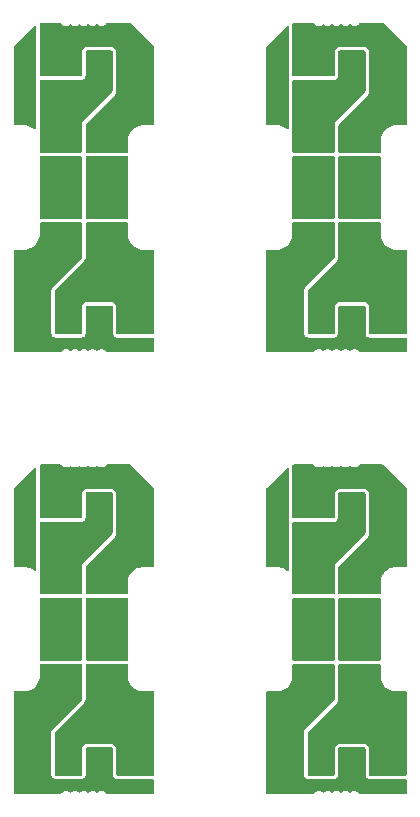
<source format=gtl>
G04 #@! TF.GenerationSoftware,KiCad,Pcbnew,(7.0.0-0)*
G04 #@! TF.CreationDate,2025-08-17T10:04:58+12:00*
G04 #@! TF.ProjectId,signal_panelized_X4,7369676e-616c-45f7-9061-6e656c697a65,rev?*
G04 #@! TF.SameCoordinates,Original*
G04 #@! TF.FileFunction,Copper,L1,Top*
G04 #@! TF.FilePolarity,Positive*
%FSLAX46Y46*%
G04 Gerber Fmt 4.6, Leading zero omitted, Abs format (unit mm)*
G04 Created by KiCad (PCBNEW (7.0.0-0)) date 2025-08-17 10:04:58*
%MOMM*%
%LPD*%
G01*
G04 APERTURE LIST*
G04 #@! TA.AperFunction,SMDPad,CuDef*
%ADD10R,1.100000X1.100000*%
G04 #@! TD*
G04 #@! TA.AperFunction,SMDPad,CuDef*
%ADD11R,1.800000X1.150000*%
G04 #@! TD*
G04 #@! TA.AperFunction,ComponentPad*
%ADD12C,1.800000*%
G04 #@! TD*
G04 #@! TA.AperFunction,ViaPad*
%ADD13C,0.600000*%
G04 #@! TD*
G04 APERTURE END LIST*
D10*
X173449999Y-102249999D03*
X170649999Y-102249999D03*
D11*
X177099999Y-111324999D03*
X177099999Y-108374999D03*
D10*
X170649999Y-104549999D03*
X173449999Y-104549999D03*
D12*
X174120000Y-123850000D03*
X171580000Y-123850000D03*
X176780000Y-102250000D03*
X179320000Y-102250000D03*
D11*
X173799999Y-116924999D03*
X173799999Y-113974999D03*
D12*
X176780000Y-123850000D03*
X179320000Y-123850000D03*
D11*
X177099999Y-113974999D03*
X177099999Y-116924999D03*
X173799999Y-108374999D03*
X173799999Y-111324999D03*
D12*
X155380000Y-123850000D03*
X157920000Y-123850000D03*
D11*
X155699999Y-111324999D03*
X155699999Y-108374999D03*
D12*
X155380000Y-102250000D03*
X157920000Y-102250000D03*
D11*
X152399999Y-108374999D03*
X152399999Y-111324999D03*
D10*
X152049999Y-102249999D03*
X149249999Y-102249999D03*
X149249999Y-104549999D03*
X152049999Y-104549999D03*
D11*
X155699999Y-113974999D03*
X155699999Y-116924999D03*
D12*
X152720000Y-123850000D03*
X150180000Y-123850000D03*
D11*
X152399999Y-116924999D03*
X152399999Y-113974999D03*
X173799999Y-70974999D03*
X173799999Y-73924999D03*
D10*
X173449999Y-64849999D03*
X170649999Y-64849999D03*
D11*
X177099999Y-73924999D03*
X177099999Y-70974999D03*
D12*
X176780000Y-64850000D03*
X179320000Y-64850000D03*
X176780000Y-86450000D03*
X179320000Y-86450000D03*
D10*
X170649999Y-67149999D03*
X173449999Y-67149999D03*
D12*
X174120000Y-86450000D03*
X171580000Y-86450000D03*
D11*
X177099999Y-76574999D03*
X177099999Y-79524999D03*
X173799999Y-79524999D03*
X173799999Y-76574999D03*
X152399999Y-79524999D03*
X152399999Y-76574999D03*
X155699999Y-76574999D03*
X155699999Y-79524999D03*
X152399999Y-70974999D03*
X152399999Y-73924999D03*
D10*
X149249999Y-67149999D03*
X152049999Y-67149999D03*
D12*
X152720000Y-86450000D03*
X150180000Y-86450000D03*
D10*
X152049999Y-64849999D03*
X149249999Y-64849999D03*
D11*
X155699999Y-73924999D03*
X155699999Y-70974999D03*
D12*
X155380000Y-64850000D03*
X157920000Y-64850000D03*
X155380000Y-86450000D03*
X157920000Y-86450000D03*
D13*
X177100000Y-112650000D03*
X173800000Y-112650000D03*
X176300000Y-112650000D03*
X174600000Y-112650000D03*
X173000000Y-112650000D03*
X177900000Y-112650000D03*
X153200000Y-112650000D03*
X154900000Y-112650000D03*
X155700000Y-112650000D03*
X151600000Y-112650000D03*
X156500000Y-112650000D03*
X152400000Y-112650000D03*
X174600000Y-75250000D03*
X176300000Y-75250000D03*
X177100000Y-75250000D03*
X173000000Y-75250000D03*
X177900000Y-75250000D03*
X173800000Y-75250000D03*
X155700000Y-75250000D03*
X154900000Y-75250000D03*
X156500000Y-75250000D03*
X151600000Y-75250000D03*
X153200000Y-75250000D03*
X152400000Y-75250000D03*
G04 #@! TA.AperFunction,Conductor*
G36*
X156418192Y-63657535D02*
G01*
X156432826Y-63663596D01*
X156464941Y-63685055D01*
X156486401Y-63717170D01*
X156492463Y-63731805D01*
X156500000Y-63769691D01*
X156500000Y-66974563D01*
X156498098Y-66993877D01*
X156473393Y-67118074D01*
X156458611Y-67153761D01*
X156388262Y-67259046D01*
X156375950Y-67274049D01*
X154020590Y-69629409D01*
X154020585Y-69629414D01*
X154017157Y-69632843D01*
X154014463Y-69636873D01*
X154014457Y-69636882D01*
X153935866Y-69754502D01*
X153935864Y-69754505D01*
X153930448Y-69762612D01*
X153928546Y-69772173D01*
X153928545Y-69772176D01*
X153900947Y-69910921D01*
X153900946Y-69910927D01*
X153900000Y-69915685D01*
X153900000Y-69920543D01*
X153900000Y-72180309D01*
X153892462Y-72218197D01*
X153891964Y-72219402D01*
X153886401Y-72232830D01*
X153864943Y-72264943D01*
X153832830Y-72286401D01*
X153825448Y-72289458D01*
X153818197Y-72292462D01*
X153780309Y-72300000D01*
X150419691Y-72300000D01*
X150381805Y-72292463D01*
X150367170Y-72286401D01*
X150335055Y-72264941D01*
X150313596Y-72232825D01*
X150308036Y-72219402D01*
X150300500Y-72181516D01*
X150300500Y-71155477D01*
X150300500Y-71151583D01*
X150300166Y-71149479D01*
X150300000Y-71145231D01*
X150300000Y-66269691D01*
X150307534Y-66231810D01*
X150313597Y-66217172D01*
X150335056Y-66185056D01*
X150367172Y-66163597D01*
X150381810Y-66157534D01*
X150419691Y-66150000D01*
X153796107Y-66150000D01*
X153800000Y-66150000D01*
X153923607Y-66130423D01*
X154035114Y-66073607D01*
X154123607Y-65985114D01*
X154180423Y-65873607D01*
X154200000Y-65750000D01*
X154200000Y-63769691D01*
X154207534Y-63731810D01*
X154213598Y-63717171D01*
X154235056Y-63685056D01*
X154267172Y-63663597D01*
X154281810Y-63657534D01*
X154319691Y-63650000D01*
X156380309Y-63650000D01*
X156418192Y-63657535D01*
G37*
G04 #@! TD.AperFunction*
G04 #@! TA.AperFunction,Conductor*
G36*
X153818192Y-72607535D02*
G01*
X153832826Y-72613596D01*
X153864941Y-72635055D01*
X153886401Y-72667170D01*
X153892463Y-72681805D01*
X153900000Y-72719691D01*
X153900000Y-77780309D01*
X153892462Y-77818197D01*
X153889458Y-77825448D01*
X153886401Y-77832830D01*
X153864943Y-77864943D01*
X153832830Y-77886401D01*
X153825448Y-77889458D01*
X153818197Y-77892462D01*
X153780309Y-77900000D01*
X150399500Y-77900000D01*
X150350000Y-77886737D01*
X150313763Y-77850500D01*
X150300500Y-77801000D01*
X150300500Y-72699000D01*
X150313763Y-72649500D01*
X150350000Y-72613263D01*
X150399500Y-72600000D01*
X153780309Y-72600000D01*
X153818192Y-72607535D01*
G37*
G04 #@! TD.AperFunction*
G04 #@! TA.AperFunction,Conductor*
G36*
X157657696Y-78201218D02*
G01*
X157715987Y-78210451D01*
X157758691Y-78228139D01*
X157788710Y-78263287D01*
X157799500Y-78308232D01*
X157799500Y-79205830D01*
X157799500Y-79250000D01*
X157799500Y-79348417D01*
X157800108Y-79352261D01*
X157800109Y-79352263D01*
X157829681Y-79538979D01*
X157829683Y-79538987D01*
X157830291Y-79542826D01*
X157831492Y-79546523D01*
X157831493Y-79546526D01*
X157889913Y-79726325D01*
X157889916Y-79726333D01*
X157891116Y-79730025D01*
X157892881Y-79733490D01*
X157892882Y-79733491D01*
X157964059Y-79873186D01*
X157980476Y-79905405D01*
X158096172Y-80064646D01*
X158235354Y-80203828D01*
X158394595Y-80319524D01*
X158569975Y-80408884D01*
X158757174Y-80469709D01*
X158951583Y-80500500D01*
X159025326Y-80500500D01*
X159050000Y-80500500D01*
X159094170Y-80500500D01*
X159900500Y-80500500D01*
X159950000Y-80513763D01*
X159986237Y-80550000D01*
X159999500Y-80599500D01*
X159999500Y-87541768D01*
X159988710Y-87586713D01*
X159958691Y-87621861D01*
X159915987Y-87639548D01*
X159897588Y-87642463D01*
X159857697Y-87648781D01*
X159842210Y-87650000D01*
X156919691Y-87650000D01*
X156881805Y-87642463D01*
X156867170Y-87636401D01*
X156835055Y-87614941D01*
X156813596Y-87582825D01*
X156809778Y-87573607D01*
X156807535Y-87568192D01*
X156800000Y-87530309D01*
X156800000Y-85353893D01*
X156800000Y-85350000D01*
X156780423Y-85226393D01*
X156723607Y-85114886D01*
X156635114Y-85026393D01*
X156523607Y-84969577D01*
X156515913Y-84968358D01*
X156515912Y-84968358D01*
X156403846Y-84950609D01*
X156403844Y-84950608D01*
X156400000Y-84950000D01*
X156396107Y-84950000D01*
X154303893Y-84950000D01*
X154300000Y-84950000D01*
X154296156Y-84950608D01*
X154296153Y-84950609D01*
X154184087Y-84968358D01*
X154184084Y-84968358D01*
X154176393Y-84969577D01*
X154169455Y-84973111D01*
X154169452Y-84973113D01*
X154071825Y-85022857D01*
X154071823Y-85022858D01*
X154064886Y-85026393D01*
X154059382Y-85031896D01*
X154059379Y-85031899D01*
X153981899Y-85109379D01*
X153981896Y-85109382D01*
X153976393Y-85114886D01*
X153972858Y-85121823D01*
X153972857Y-85121825D01*
X153923113Y-85219452D01*
X153923111Y-85219455D01*
X153919577Y-85226393D01*
X153900000Y-85350000D01*
X153900000Y-85353893D01*
X153900000Y-87530309D01*
X153892462Y-87568197D01*
X153890222Y-87573607D01*
X153886401Y-87582830D01*
X153864943Y-87614943D01*
X153832830Y-87636401D01*
X153825448Y-87639458D01*
X153818197Y-87642462D01*
X153780309Y-87650000D01*
X151719691Y-87650000D01*
X151681805Y-87642463D01*
X151667170Y-87636401D01*
X151635055Y-87614941D01*
X151613596Y-87582825D01*
X151609778Y-87573607D01*
X151607535Y-87568192D01*
X151600000Y-87530309D01*
X151600000Y-84125437D01*
X151601902Y-84106123D01*
X151626606Y-83981925D01*
X151641386Y-83946241D01*
X151711742Y-83840946D01*
X151724044Y-83825955D01*
X154082843Y-81467157D01*
X154169552Y-81337388D01*
X154200000Y-81184315D01*
X154200000Y-78319691D01*
X154207534Y-78281810D01*
X154213597Y-78267172D01*
X154235056Y-78235056D01*
X154267172Y-78213597D01*
X154281810Y-78207534D01*
X154319691Y-78200000D01*
X157642210Y-78200000D01*
X157657696Y-78201218D01*
G37*
G04 #@! TD.AperFunction*
G04 #@! TA.AperFunction,Conductor*
G36*
X153818192Y-78207535D02*
G01*
X153832826Y-78213596D01*
X153864941Y-78235055D01*
X153886401Y-78267170D01*
X153892463Y-78281805D01*
X153900000Y-78319691D01*
X153900000Y-81024563D01*
X153898098Y-81043877D01*
X153873393Y-81168074D01*
X153858611Y-81203761D01*
X153788262Y-81309046D01*
X153775950Y-81324049D01*
X151420590Y-83679409D01*
X151420585Y-83679414D01*
X151417157Y-83682843D01*
X151414463Y-83686873D01*
X151414457Y-83686882D01*
X151335866Y-83804502D01*
X151335864Y-83804505D01*
X151330448Y-83812612D01*
X151328546Y-83822173D01*
X151328545Y-83822176D01*
X151300947Y-83960921D01*
X151300946Y-83960927D01*
X151300000Y-83965685D01*
X151300000Y-87550000D01*
X151319577Y-87673607D01*
X151376393Y-87785114D01*
X151464886Y-87873607D01*
X151576393Y-87930423D01*
X151700000Y-87950000D01*
X151703893Y-87950000D01*
X153796107Y-87950000D01*
X153800000Y-87950000D01*
X153923607Y-87930423D01*
X154035114Y-87873607D01*
X154123607Y-87785114D01*
X154180423Y-87673607D01*
X154200000Y-87550000D01*
X154200000Y-85369691D01*
X154207534Y-85331810D01*
X154213598Y-85317171D01*
X154235056Y-85285056D01*
X154267172Y-85263597D01*
X154281810Y-85257534D01*
X154319691Y-85250000D01*
X156380309Y-85250000D01*
X156418192Y-85257535D01*
X156432826Y-85263596D01*
X156464941Y-85285055D01*
X156486401Y-85317170D01*
X156492463Y-85331805D01*
X156500000Y-85369691D01*
X156500000Y-87550000D01*
X156519577Y-87673607D01*
X156576393Y-87785114D01*
X156664886Y-87873607D01*
X156776393Y-87930423D01*
X156900000Y-87950000D01*
X159842210Y-87950000D01*
X159857696Y-87951218D01*
X159915987Y-87960451D01*
X159958691Y-87978139D01*
X159988710Y-88013287D01*
X159999500Y-88058232D01*
X159999500Y-89100500D01*
X159986237Y-89150000D01*
X159950000Y-89186236D01*
X159900500Y-89199500D01*
X156050063Y-89199502D01*
X156050045Y-89199500D01*
X156050045Y-89199499D01*
X156050041Y-89199498D01*
X156050034Y-89199498D01*
X156038008Y-89199498D01*
X156029481Y-89197321D01*
X156029320Y-89197304D01*
X156029306Y-89197301D01*
X156029311Y-89197277D01*
X155990566Y-89187386D01*
X155954733Y-89154023D01*
X155932143Y-89118872D01*
X155823373Y-89024623D01*
X155816926Y-89021678D01*
X155816925Y-89021678D01*
X155698902Y-88967778D01*
X155698899Y-88967777D01*
X155692457Y-88964835D01*
X155685446Y-88963827D01*
X155685443Y-88963826D01*
X155589308Y-88950004D01*
X155589300Y-88950003D01*
X155585799Y-88949500D01*
X155514201Y-88949500D01*
X155510700Y-88950003D01*
X155510691Y-88950004D01*
X155414556Y-88963826D01*
X155414551Y-88963827D01*
X155407543Y-88964835D01*
X155401102Y-88967776D01*
X155401097Y-88967778D01*
X155283070Y-89021680D01*
X155283067Y-89021681D01*
X155276627Y-89024623D01*
X155271279Y-89029256D01*
X155271274Y-89029260D01*
X155239827Y-89056509D01*
X155198337Y-89077898D01*
X155151657Y-89077897D01*
X155110167Y-89056507D01*
X155078728Y-89029265D01*
X155078727Y-89029264D01*
X155073373Y-89024625D01*
X155066926Y-89021680D01*
X155066925Y-89021680D01*
X154948902Y-88967780D01*
X154948899Y-88967779D01*
X154942457Y-88964837D01*
X154935446Y-88963829D01*
X154935443Y-88963828D01*
X154839308Y-88950006D01*
X154839300Y-88950005D01*
X154835799Y-88949502D01*
X154764201Y-88949502D01*
X154760700Y-88950005D01*
X154760691Y-88950006D01*
X154664556Y-88963828D01*
X154664551Y-88963829D01*
X154657543Y-88964837D01*
X154651102Y-88967778D01*
X154651097Y-88967780D01*
X154533067Y-89021683D01*
X154533062Y-89021686D01*
X154526627Y-89024625D01*
X154521279Y-89029258D01*
X154521274Y-89029262D01*
X154489839Y-89056500D01*
X154448349Y-89077889D01*
X154401669Y-89077889D01*
X154360179Y-89056500D01*
X154328743Y-89029262D01*
X154328740Y-89029260D01*
X154323391Y-89024625D01*
X154316952Y-89021684D01*
X154316950Y-89021683D01*
X154198920Y-88967780D01*
X154198917Y-88967779D01*
X154192475Y-88964837D01*
X154185464Y-88963829D01*
X154185461Y-88963828D01*
X154089326Y-88950006D01*
X154089318Y-88950005D01*
X154085817Y-88949502D01*
X154014219Y-88949502D01*
X154010718Y-88950005D01*
X154010709Y-88950006D01*
X153914574Y-88963828D01*
X153914569Y-88963829D01*
X153907561Y-88964837D01*
X153901120Y-88967778D01*
X153901115Y-88967780D01*
X153783085Y-89021683D01*
X153783080Y-89021686D01*
X153776645Y-89024625D01*
X153771298Y-89029258D01*
X153771292Y-89029262D01*
X153739839Y-89056516D01*
X153698349Y-89077905D01*
X153651669Y-89077905D01*
X153610179Y-89056516D01*
X153578725Y-89029262D01*
X153578722Y-89029260D01*
X153573373Y-89024625D01*
X153566934Y-89021684D01*
X153566932Y-89021683D01*
X153448902Y-88967780D01*
X153448899Y-88967779D01*
X153442457Y-88964837D01*
X153435446Y-88963829D01*
X153435443Y-88963828D01*
X153339308Y-88950006D01*
X153339300Y-88950005D01*
X153335799Y-88949502D01*
X153264201Y-88949502D01*
X153260700Y-88950005D01*
X153260691Y-88950006D01*
X153164556Y-88963828D01*
X153164551Y-88963829D01*
X153157543Y-88964837D01*
X153151102Y-88967778D01*
X153151097Y-88967780D01*
X153033067Y-89021683D01*
X153033062Y-89021686D01*
X153026627Y-89024625D01*
X153021279Y-89029258D01*
X153021274Y-89029262D01*
X152989830Y-89056508D01*
X152948340Y-89077897D01*
X152901660Y-89077897D01*
X152860170Y-89056508D01*
X152828725Y-89029262D01*
X152828722Y-89029260D01*
X152823373Y-89024625D01*
X152816934Y-89021684D01*
X152816932Y-89021683D01*
X152698902Y-88967780D01*
X152698899Y-88967779D01*
X152692457Y-88964837D01*
X152685446Y-88963829D01*
X152685443Y-88963828D01*
X152589308Y-88950006D01*
X152589300Y-88950005D01*
X152585799Y-88949502D01*
X152514201Y-88949502D01*
X152510700Y-88950005D01*
X152510691Y-88950006D01*
X152414556Y-88963828D01*
X152414551Y-88963829D01*
X152407543Y-88964837D01*
X152401102Y-88967778D01*
X152401097Y-88967780D01*
X152283074Y-89021680D01*
X152283070Y-89021682D01*
X152276627Y-89024625D01*
X152271275Y-89029262D01*
X152271271Y-89029265D01*
X152174991Y-89112692D01*
X152167857Y-89118874D01*
X152164032Y-89124825D01*
X152164030Y-89124828D01*
X152145267Y-89154025D01*
X152109428Y-89187391D01*
X152061983Y-89199501D01*
X148199500Y-89199500D01*
X148150000Y-89186237D01*
X148113763Y-89150000D01*
X148100500Y-89100500D01*
X148100500Y-80599500D01*
X148113763Y-80550000D01*
X148150000Y-80513763D01*
X148199500Y-80500500D01*
X149144524Y-80500500D01*
X149148417Y-80500500D01*
X149342826Y-80469709D01*
X149530025Y-80408884D01*
X149705405Y-80319524D01*
X149864646Y-80203828D01*
X150003828Y-80064646D01*
X150119524Y-79905405D01*
X150208884Y-79730025D01*
X150269709Y-79542826D01*
X150300500Y-79348417D01*
X150300500Y-79250000D01*
X150300500Y-79205830D01*
X150300500Y-78308232D01*
X150311290Y-78263287D01*
X150341309Y-78228139D01*
X150384012Y-78210451D01*
X150442303Y-78201218D01*
X150457790Y-78200000D01*
X153780309Y-78200000D01*
X153818192Y-78207535D01*
G37*
G04 #@! TD.AperFunction*
G04 #@! TA.AperFunction,Conductor*
G36*
X152049955Y-61300499D02*
G01*
X152049955Y-61300501D01*
X152061983Y-61300501D01*
X152074662Y-61303737D01*
X152075446Y-61303840D01*
X152075461Y-61303844D01*
X152075436Y-61303934D01*
X152109427Y-61312610D01*
X152145265Y-61345976D01*
X152164026Y-61375168D01*
X152164028Y-61375171D01*
X152167857Y-61381128D01*
X152276627Y-61475377D01*
X152407543Y-61535165D01*
X152514201Y-61550500D01*
X152582256Y-61550500D01*
X152585799Y-61550500D01*
X152692457Y-61535165D01*
X152823373Y-61475377D01*
X152860170Y-61443491D01*
X152901661Y-61422102D01*
X152948341Y-61422102D01*
X152989831Y-61443491D01*
X153026627Y-61475375D01*
X153157543Y-61535163D01*
X153264201Y-61550498D01*
X153332256Y-61550498D01*
X153335799Y-61550498D01*
X153442457Y-61535163D01*
X153573373Y-61475375D01*
X153610160Y-61443498D01*
X153651651Y-61422109D01*
X153698331Y-61422109D01*
X153739821Y-61443498D01*
X153776609Y-61475375D01*
X153907525Y-61535163D01*
X154014183Y-61550498D01*
X154082238Y-61550498D01*
X154085781Y-61550498D01*
X154192439Y-61535163D01*
X154323355Y-61475375D01*
X154360162Y-61443481D01*
X154401651Y-61422093D01*
X154448331Y-61422093D01*
X154489819Y-61443481D01*
X154526627Y-61475375D01*
X154657543Y-61535163D01*
X154764201Y-61550498D01*
X154832256Y-61550498D01*
X154835799Y-61550498D01*
X154942457Y-61535163D01*
X155073373Y-61475375D01*
X155110169Y-61443490D01*
X155151660Y-61422101D01*
X155198340Y-61422101D01*
X155239830Y-61443490D01*
X155276627Y-61475375D01*
X155407543Y-61535163D01*
X155514201Y-61550498D01*
X155582256Y-61550498D01*
X155585799Y-61550498D01*
X155692457Y-61535163D01*
X155823373Y-61475375D01*
X155932143Y-61381126D01*
X155954732Y-61345975D01*
X155990569Y-61312608D01*
X156038015Y-61300498D01*
X157930360Y-61300498D01*
X157968242Y-61308034D01*
X158000360Y-61329494D01*
X159970504Y-63299638D01*
X159991964Y-63331756D01*
X159999500Y-63369642D01*
X159999500Y-69900500D01*
X159986237Y-69950000D01*
X159950000Y-69986237D01*
X159900500Y-69999500D01*
X159094170Y-69999500D01*
X159050000Y-69999500D01*
X158951583Y-69999500D01*
X158947739Y-70000108D01*
X158947736Y-70000109D01*
X158761020Y-70029681D01*
X158761009Y-70029683D01*
X158757174Y-70030291D01*
X158753479Y-70031491D01*
X158753473Y-70031493D01*
X158573674Y-70089913D01*
X158573661Y-70089918D01*
X158569975Y-70091116D01*
X158566513Y-70092879D01*
X158566508Y-70092882D01*
X158398061Y-70178709D01*
X158398051Y-70178714D01*
X158394595Y-70180476D01*
X158391451Y-70182759D01*
X158391448Y-70182762D01*
X158238493Y-70293891D01*
X158238490Y-70293893D01*
X158235354Y-70296172D01*
X158232616Y-70298909D01*
X158232610Y-70298915D01*
X158098915Y-70432610D01*
X158098909Y-70432616D01*
X158096172Y-70435354D01*
X158093893Y-70438490D01*
X158093891Y-70438493D01*
X158045275Y-70505408D01*
X157980476Y-70594595D01*
X157978714Y-70598051D01*
X157978709Y-70598061D01*
X157892882Y-70766508D01*
X157892879Y-70766513D01*
X157891116Y-70769975D01*
X157889918Y-70773661D01*
X157889913Y-70773674D01*
X157831493Y-70953473D01*
X157831491Y-70953479D01*
X157830291Y-70957174D01*
X157829683Y-70961009D01*
X157829681Y-70961020D01*
X157807071Y-71103780D01*
X157799500Y-71151583D01*
X157799500Y-71155476D01*
X157799500Y-72201000D01*
X157786237Y-72250500D01*
X157750000Y-72286737D01*
X157700500Y-72300000D01*
X154319691Y-72300000D01*
X154281805Y-72292463D01*
X154267170Y-72286401D01*
X154235055Y-72264941D01*
X154213596Y-72232825D01*
X154207536Y-72218195D01*
X154200000Y-72180309D01*
X154200000Y-70075437D01*
X154201902Y-70056123D01*
X154226606Y-69931925D01*
X154241386Y-69896241D01*
X154311742Y-69790946D01*
X154324044Y-69775955D01*
X156682843Y-67417157D01*
X156769552Y-67287388D01*
X156800000Y-67134315D01*
X156800000Y-63750000D01*
X156780423Y-63626393D01*
X156723607Y-63514886D01*
X156635114Y-63426393D01*
X156523607Y-63369577D01*
X156515913Y-63368358D01*
X156515912Y-63368358D01*
X156403846Y-63350609D01*
X156403844Y-63350608D01*
X156400000Y-63350000D01*
X156396107Y-63350000D01*
X154303893Y-63350000D01*
X154300000Y-63350000D01*
X154296156Y-63350608D01*
X154296153Y-63350609D01*
X154184087Y-63368358D01*
X154184084Y-63368358D01*
X154176393Y-63369577D01*
X154169455Y-63373111D01*
X154169452Y-63373113D01*
X154071825Y-63422857D01*
X154071823Y-63422858D01*
X154064886Y-63426393D01*
X154059382Y-63431896D01*
X154059379Y-63431899D01*
X153981899Y-63509379D01*
X153981896Y-63509382D01*
X153976393Y-63514886D01*
X153972858Y-63521823D01*
X153972857Y-63521825D01*
X153923113Y-63619452D01*
X153923111Y-63619455D01*
X153919577Y-63626393D01*
X153900000Y-63750000D01*
X153900000Y-63753893D01*
X153900000Y-65730307D01*
X153892464Y-65768194D01*
X153886403Y-65782826D01*
X153864943Y-65814943D01*
X153832826Y-65836403D01*
X153818194Y-65842464D01*
X153780307Y-65850000D01*
X150419691Y-65850000D01*
X150381805Y-65842463D01*
X150367170Y-65836401D01*
X150335055Y-65814941D01*
X150313596Y-65782825D01*
X150307536Y-65768195D01*
X150300000Y-65730309D01*
X150300000Y-61457790D01*
X150301219Y-61442304D01*
X150304417Y-61422109D01*
X150310451Y-61384009D01*
X150328139Y-61341307D01*
X150363287Y-61311288D01*
X150408224Y-61300498D01*
X152049937Y-61300497D01*
X152049955Y-61300499D01*
G37*
G04 #@! TD.AperFunction*
G04 #@! TA.AperFunction,Conductor*
G36*
X157750000Y-72613263D02*
G01*
X157786237Y-72649500D01*
X157799500Y-72699000D01*
X157799500Y-77801000D01*
X157786237Y-77850500D01*
X157750000Y-77886737D01*
X157700500Y-77900000D01*
X154319691Y-77900000D01*
X154281805Y-77892463D01*
X154267170Y-77886401D01*
X154235055Y-77864941D01*
X154213596Y-77832825D01*
X154207536Y-77818195D01*
X154200000Y-77780309D01*
X154200000Y-72719691D01*
X154207534Y-72681810D01*
X154213597Y-72667172D01*
X154235056Y-72635056D01*
X154267172Y-72613597D01*
X154281810Y-72607534D01*
X154319691Y-72600000D01*
X157700500Y-72600000D01*
X157750000Y-72613263D01*
G37*
G04 #@! TD.AperFunction*
G04 #@! TA.AperFunction,Conductor*
G36*
X149938886Y-61576677D02*
G01*
X149983315Y-61613140D01*
X150000000Y-61668141D01*
X150000000Y-70200213D01*
X149985411Y-70251940D01*
X149945945Y-70288423D01*
X149893232Y-70298908D01*
X149842809Y-70280306D01*
X149708551Y-70182762D01*
X149705405Y-70180476D01*
X149701942Y-70178711D01*
X149701938Y-70178709D01*
X149533491Y-70092882D01*
X149533490Y-70092881D01*
X149530025Y-70091116D01*
X149526333Y-70089916D01*
X149526325Y-70089913D01*
X149346526Y-70031493D01*
X149346523Y-70031492D01*
X149342826Y-70030291D01*
X149338987Y-70029683D01*
X149338979Y-70029681D01*
X149152263Y-70000109D01*
X149152261Y-70000108D01*
X149148417Y-69999500D01*
X149144524Y-69999500D01*
X148199500Y-69999500D01*
X148150000Y-69986237D01*
X148113763Y-69950000D01*
X148100500Y-69900500D01*
X148100500Y-63369642D01*
X148108036Y-63331756D01*
X148129496Y-63299638D01*
X149830996Y-61598137D01*
X149881686Y-61571043D01*
X149938886Y-61576677D01*
G37*
G04 #@! TD.AperFunction*
G04 #@! TA.AperFunction,Conductor*
G36*
X171338886Y-61576677D02*
G01*
X171383315Y-61613140D01*
X171400000Y-61668141D01*
X171400000Y-70200213D01*
X171385411Y-70251940D01*
X171345945Y-70288423D01*
X171293232Y-70298908D01*
X171242809Y-70280306D01*
X171108551Y-70182762D01*
X171105405Y-70180476D01*
X171101942Y-70178711D01*
X171101938Y-70178709D01*
X170933491Y-70092882D01*
X170933490Y-70092881D01*
X170930025Y-70091116D01*
X170926333Y-70089916D01*
X170926325Y-70089913D01*
X170746526Y-70031493D01*
X170746523Y-70031492D01*
X170742826Y-70030291D01*
X170738987Y-70029683D01*
X170738979Y-70029681D01*
X170552263Y-70000109D01*
X170552261Y-70000108D01*
X170548417Y-69999500D01*
X170544524Y-69999500D01*
X169599500Y-69999500D01*
X169550000Y-69986237D01*
X169513763Y-69950000D01*
X169500500Y-69900500D01*
X169500500Y-63369642D01*
X169508036Y-63331756D01*
X169529496Y-63299638D01*
X171230996Y-61598137D01*
X171281686Y-61571043D01*
X171338886Y-61576677D01*
G37*
G04 #@! TD.AperFunction*
G04 #@! TA.AperFunction,Conductor*
G36*
X179150000Y-72613263D02*
G01*
X179186237Y-72649500D01*
X179199500Y-72699000D01*
X179199500Y-77801000D01*
X179186237Y-77850500D01*
X179150000Y-77886737D01*
X179100500Y-77900000D01*
X175719691Y-77900000D01*
X175681805Y-77892463D01*
X175667170Y-77886401D01*
X175635055Y-77864941D01*
X175613596Y-77832825D01*
X175607536Y-77818195D01*
X175600000Y-77780309D01*
X175600000Y-72719691D01*
X175607534Y-72681810D01*
X175613597Y-72667172D01*
X175635056Y-72635056D01*
X175667172Y-72613597D01*
X175681810Y-72607534D01*
X175719691Y-72600000D01*
X179100500Y-72600000D01*
X179150000Y-72613263D01*
G37*
G04 #@! TD.AperFunction*
G04 #@! TA.AperFunction,Conductor*
G36*
X173449955Y-61300499D02*
G01*
X173449955Y-61300501D01*
X173461983Y-61300501D01*
X173474662Y-61303737D01*
X173475446Y-61303840D01*
X173475461Y-61303844D01*
X173475436Y-61303934D01*
X173509427Y-61312610D01*
X173545265Y-61345976D01*
X173564026Y-61375168D01*
X173564028Y-61375171D01*
X173567857Y-61381128D01*
X173676627Y-61475377D01*
X173807543Y-61535165D01*
X173914201Y-61550500D01*
X173982256Y-61550500D01*
X173985799Y-61550500D01*
X174092457Y-61535165D01*
X174223373Y-61475377D01*
X174260170Y-61443491D01*
X174301661Y-61422102D01*
X174348341Y-61422102D01*
X174389831Y-61443491D01*
X174426627Y-61475375D01*
X174557543Y-61535163D01*
X174664201Y-61550498D01*
X174732256Y-61550498D01*
X174735799Y-61550498D01*
X174842457Y-61535163D01*
X174973373Y-61475375D01*
X175010160Y-61443498D01*
X175051651Y-61422109D01*
X175098331Y-61422109D01*
X175139821Y-61443498D01*
X175176609Y-61475375D01*
X175307525Y-61535163D01*
X175414183Y-61550498D01*
X175482238Y-61550498D01*
X175485781Y-61550498D01*
X175592439Y-61535163D01*
X175723355Y-61475375D01*
X175760162Y-61443481D01*
X175801651Y-61422093D01*
X175848331Y-61422093D01*
X175889819Y-61443481D01*
X175926627Y-61475375D01*
X176057543Y-61535163D01*
X176164201Y-61550498D01*
X176232256Y-61550498D01*
X176235799Y-61550498D01*
X176342457Y-61535163D01*
X176473373Y-61475375D01*
X176510169Y-61443490D01*
X176551660Y-61422101D01*
X176598340Y-61422101D01*
X176639830Y-61443490D01*
X176676627Y-61475375D01*
X176807543Y-61535163D01*
X176914201Y-61550498D01*
X176982256Y-61550498D01*
X176985799Y-61550498D01*
X177092457Y-61535163D01*
X177223373Y-61475375D01*
X177332143Y-61381126D01*
X177354732Y-61345975D01*
X177390569Y-61312608D01*
X177438015Y-61300498D01*
X179330360Y-61300498D01*
X179368242Y-61308034D01*
X179400360Y-61329494D01*
X181370504Y-63299638D01*
X181391964Y-63331756D01*
X181399500Y-63369642D01*
X181399500Y-69900500D01*
X181386237Y-69950000D01*
X181350000Y-69986237D01*
X181300500Y-69999500D01*
X180494170Y-69999500D01*
X180450000Y-69999500D01*
X180351583Y-69999500D01*
X180347739Y-70000108D01*
X180347736Y-70000109D01*
X180161020Y-70029681D01*
X180161009Y-70029683D01*
X180157174Y-70030291D01*
X180153479Y-70031491D01*
X180153473Y-70031493D01*
X179973674Y-70089913D01*
X179973661Y-70089918D01*
X179969975Y-70091116D01*
X179966513Y-70092879D01*
X179966508Y-70092882D01*
X179798061Y-70178709D01*
X179798051Y-70178714D01*
X179794595Y-70180476D01*
X179791451Y-70182759D01*
X179791448Y-70182762D01*
X179638493Y-70293891D01*
X179638490Y-70293893D01*
X179635354Y-70296172D01*
X179632616Y-70298909D01*
X179632610Y-70298915D01*
X179498915Y-70432610D01*
X179498909Y-70432616D01*
X179496172Y-70435354D01*
X179493893Y-70438490D01*
X179493891Y-70438493D01*
X179445275Y-70505408D01*
X179380476Y-70594595D01*
X179378714Y-70598051D01*
X179378709Y-70598061D01*
X179292882Y-70766508D01*
X179292879Y-70766513D01*
X179291116Y-70769975D01*
X179289918Y-70773661D01*
X179289913Y-70773674D01*
X179231493Y-70953473D01*
X179231491Y-70953479D01*
X179230291Y-70957174D01*
X179229683Y-70961009D01*
X179229681Y-70961020D01*
X179207071Y-71103780D01*
X179199500Y-71151583D01*
X179199500Y-71155476D01*
X179199500Y-72201000D01*
X179186237Y-72250500D01*
X179150000Y-72286737D01*
X179100500Y-72300000D01*
X175719691Y-72300000D01*
X175681805Y-72292463D01*
X175667170Y-72286401D01*
X175635055Y-72264941D01*
X175613596Y-72232825D01*
X175607536Y-72218195D01*
X175600000Y-72180309D01*
X175600000Y-70075437D01*
X175601902Y-70056123D01*
X175626606Y-69931925D01*
X175641386Y-69896241D01*
X175711742Y-69790946D01*
X175724044Y-69775955D01*
X178082843Y-67417157D01*
X178169552Y-67287388D01*
X178200000Y-67134315D01*
X178200000Y-63750000D01*
X178180423Y-63626393D01*
X178123607Y-63514886D01*
X178035114Y-63426393D01*
X177923607Y-63369577D01*
X177915913Y-63368358D01*
X177915912Y-63368358D01*
X177803846Y-63350609D01*
X177803844Y-63350608D01*
X177800000Y-63350000D01*
X177796107Y-63350000D01*
X175703893Y-63350000D01*
X175700000Y-63350000D01*
X175696156Y-63350608D01*
X175696153Y-63350609D01*
X175584087Y-63368358D01*
X175584084Y-63368358D01*
X175576393Y-63369577D01*
X175569455Y-63373111D01*
X175569452Y-63373113D01*
X175471825Y-63422857D01*
X175471823Y-63422858D01*
X175464886Y-63426393D01*
X175459382Y-63431896D01*
X175459379Y-63431899D01*
X175381899Y-63509379D01*
X175381896Y-63509382D01*
X175376393Y-63514886D01*
X175372858Y-63521823D01*
X175372857Y-63521825D01*
X175323113Y-63619452D01*
X175323111Y-63619455D01*
X175319577Y-63626393D01*
X175300000Y-63750000D01*
X175300000Y-63753893D01*
X175300000Y-65730309D01*
X175292462Y-65768197D01*
X175289458Y-65775448D01*
X175286401Y-65782830D01*
X175264943Y-65814943D01*
X175232830Y-65836401D01*
X175225448Y-65839458D01*
X175218197Y-65842462D01*
X175180309Y-65850000D01*
X171819691Y-65850000D01*
X171781805Y-65842463D01*
X171767170Y-65836401D01*
X171735055Y-65814941D01*
X171713596Y-65782825D01*
X171707535Y-65768192D01*
X171700000Y-65730309D01*
X171700000Y-61457790D01*
X171701219Y-61442304D01*
X171704417Y-61422109D01*
X171710451Y-61384009D01*
X171728139Y-61341307D01*
X171763287Y-61311288D01*
X171808224Y-61300498D01*
X173449937Y-61300497D01*
X173449955Y-61300499D01*
G37*
G04 #@! TD.AperFunction*
G04 #@! TA.AperFunction,Conductor*
G36*
X175218192Y-78207535D02*
G01*
X175232826Y-78213596D01*
X175264941Y-78235055D01*
X175286401Y-78267170D01*
X175292463Y-78281805D01*
X175300000Y-78319691D01*
X175300000Y-81024563D01*
X175298098Y-81043877D01*
X175273393Y-81168074D01*
X175258611Y-81203761D01*
X175188262Y-81309046D01*
X175175950Y-81324049D01*
X172820590Y-83679409D01*
X172820585Y-83679414D01*
X172817157Y-83682843D01*
X172814463Y-83686873D01*
X172814457Y-83686882D01*
X172735866Y-83804502D01*
X172735864Y-83804505D01*
X172730448Y-83812612D01*
X172728546Y-83822173D01*
X172728545Y-83822176D01*
X172700947Y-83960921D01*
X172700946Y-83960927D01*
X172700000Y-83965685D01*
X172700000Y-87550000D01*
X172719577Y-87673607D01*
X172776393Y-87785114D01*
X172864886Y-87873607D01*
X172976393Y-87930423D01*
X173100000Y-87950000D01*
X173103893Y-87950000D01*
X175196107Y-87950000D01*
X175200000Y-87950000D01*
X175323607Y-87930423D01*
X175435114Y-87873607D01*
X175523607Y-87785114D01*
X175580423Y-87673607D01*
X175600000Y-87550000D01*
X175600000Y-85369691D01*
X175607534Y-85331810D01*
X175613598Y-85317171D01*
X175635056Y-85285056D01*
X175667172Y-85263597D01*
X175681810Y-85257534D01*
X175719691Y-85250000D01*
X177780309Y-85250000D01*
X177818192Y-85257535D01*
X177832826Y-85263596D01*
X177864941Y-85285055D01*
X177886401Y-85317170D01*
X177892463Y-85331805D01*
X177900000Y-85369691D01*
X177900000Y-87550000D01*
X177919577Y-87673607D01*
X177976393Y-87785114D01*
X178064886Y-87873607D01*
X178176393Y-87930423D01*
X178300000Y-87950000D01*
X181242210Y-87950000D01*
X181257696Y-87951218D01*
X181315987Y-87960451D01*
X181358691Y-87978139D01*
X181388710Y-88013287D01*
X181399500Y-88058232D01*
X181399500Y-89100500D01*
X181386237Y-89150000D01*
X181350000Y-89186236D01*
X181300500Y-89199500D01*
X177450063Y-89199502D01*
X177450045Y-89199500D01*
X177450045Y-89199499D01*
X177450041Y-89199498D01*
X177450034Y-89199498D01*
X177438008Y-89199498D01*
X177429481Y-89197321D01*
X177429320Y-89197304D01*
X177429306Y-89197301D01*
X177429311Y-89197277D01*
X177390566Y-89187386D01*
X177354733Y-89154023D01*
X177332143Y-89118872D01*
X177223373Y-89024623D01*
X177216926Y-89021678D01*
X177216925Y-89021678D01*
X177098902Y-88967778D01*
X177098899Y-88967777D01*
X177092457Y-88964835D01*
X177085446Y-88963827D01*
X177085443Y-88963826D01*
X176989308Y-88950004D01*
X176989300Y-88950003D01*
X176985799Y-88949500D01*
X176914201Y-88949500D01*
X176910700Y-88950003D01*
X176910691Y-88950004D01*
X176814556Y-88963826D01*
X176814551Y-88963827D01*
X176807543Y-88964835D01*
X176801102Y-88967776D01*
X176801097Y-88967778D01*
X176683070Y-89021680D01*
X176683067Y-89021681D01*
X176676627Y-89024623D01*
X176671279Y-89029256D01*
X176671274Y-89029260D01*
X176639827Y-89056509D01*
X176598337Y-89077898D01*
X176551657Y-89077897D01*
X176510167Y-89056507D01*
X176478728Y-89029265D01*
X176478727Y-89029264D01*
X176473373Y-89024625D01*
X176466926Y-89021680D01*
X176466925Y-89021680D01*
X176348902Y-88967780D01*
X176348899Y-88967779D01*
X176342457Y-88964837D01*
X176335446Y-88963829D01*
X176335443Y-88963828D01*
X176239308Y-88950006D01*
X176239300Y-88950005D01*
X176235799Y-88949502D01*
X176164201Y-88949502D01*
X176160700Y-88950005D01*
X176160691Y-88950006D01*
X176064556Y-88963828D01*
X176064551Y-88963829D01*
X176057543Y-88964837D01*
X176051102Y-88967778D01*
X176051097Y-88967780D01*
X175933067Y-89021683D01*
X175933062Y-89021686D01*
X175926627Y-89024625D01*
X175921279Y-89029258D01*
X175921274Y-89029262D01*
X175889839Y-89056500D01*
X175848349Y-89077889D01*
X175801669Y-89077889D01*
X175760179Y-89056500D01*
X175728743Y-89029262D01*
X175728740Y-89029260D01*
X175723391Y-89024625D01*
X175716952Y-89021684D01*
X175716950Y-89021683D01*
X175598920Y-88967780D01*
X175598917Y-88967779D01*
X175592475Y-88964837D01*
X175585464Y-88963829D01*
X175585461Y-88963828D01*
X175489326Y-88950006D01*
X175489318Y-88950005D01*
X175485817Y-88949502D01*
X175414219Y-88949502D01*
X175410718Y-88950005D01*
X175410709Y-88950006D01*
X175314574Y-88963828D01*
X175314569Y-88963829D01*
X175307561Y-88964837D01*
X175301120Y-88967778D01*
X175301115Y-88967780D01*
X175183085Y-89021683D01*
X175183080Y-89021686D01*
X175176645Y-89024625D01*
X175171298Y-89029258D01*
X175171292Y-89029262D01*
X175139839Y-89056516D01*
X175098349Y-89077905D01*
X175051669Y-89077905D01*
X175010179Y-89056516D01*
X174978725Y-89029262D01*
X174978722Y-89029260D01*
X174973373Y-89024625D01*
X174966934Y-89021684D01*
X174966932Y-89021683D01*
X174848902Y-88967780D01*
X174848899Y-88967779D01*
X174842457Y-88964837D01*
X174835446Y-88963829D01*
X174835443Y-88963828D01*
X174739308Y-88950006D01*
X174739300Y-88950005D01*
X174735799Y-88949502D01*
X174664201Y-88949502D01*
X174660700Y-88950005D01*
X174660691Y-88950006D01*
X174564556Y-88963828D01*
X174564551Y-88963829D01*
X174557543Y-88964837D01*
X174551102Y-88967778D01*
X174551097Y-88967780D01*
X174433067Y-89021683D01*
X174433062Y-89021686D01*
X174426627Y-89024625D01*
X174421279Y-89029258D01*
X174421274Y-89029262D01*
X174389830Y-89056508D01*
X174348340Y-89077897D01*
X174301660Y-89077897D01*
X174260170Y-89056508D01*
X174228725Y-89029262D01*
X174228722Y-89029260D01*
X174223373Y-89024625D01*
X174216934Y-89021684D01*
X174216932Y-89021683D01*
X174098902Y-88967780D01*
X174098899Y-88967779D01*
X174092457Y-88964837D01*
X174085446Y-88963829D01*
X174085443Y-88963828D01*
X173989308Y-88950006D01*
X173989300Y-88950005D01*
X173985799Y-88949502D01*
X173914201Y-88949502D01*
X173910700Y-88950005D01*
X173910691Y-88950006D01*
X173814556Y-88963828D01*
X173814551Y-88963829D01*
X173807543Y-88964837D01*
X173801102Y-88967778D01*
X173801097Y-88967780D01*
X173683074Y-89021680D01*
X173683070Y-89021682D01*
X173676627Y-89024625D01*
X173671275Y-89029262D01*
X173671271Y-89029265D01*
X173574991Y-89112692D01*
X173567857Y-89118874D01*
X173564032Y-89124825D01*
X173564030Y-89124828D01*
X173545267Y-89154025D01*
X173509428Y-89187391D01*
X173461983Y-89199501D01*
X169599500Y-89199500D01*
X169550000Y-89186237D01*
X169513763Y-89150000D01*
X169500500Y-89100500D01*
X169500500Y-80599500D01*
X169513763Y-80550000D01*
X169550000Y-80513763D01*
X169599500Y-80500500D01*
X170544524Y-80500500D01*
X170548417Y-80500500D01*
X170742826Y-80469709D01*
X170930025Y-80408884D01*
X171105405Y-80319524D01*
X171264646Y-80203828D01*
X171403828Y-80064646D01*
X171519524Y-79905405D01*
X171608884Y-79730025D01*
X171669709Y-79542826D01*
X171700500Y-79348417D01*
X171700500Y-79250000D01*
X171700500Y-79205830D01*
X171700500Y-78308232D01*
X171711290Y-78263287D01*
X171741309Y-78228139D01*
X171784012Y-78210451D01*
X171842303Y-78201218D01*
X171857790Y-78200000D01*
X175180309Y-78200000D01*
X175218192Y-78207535D01*
G37*
G04 #@! TD.AperFunction*
G04 #@! TA.AperFunction,Conductor*
G36*
X179057696Y-78201218D02*
G01*
X179115987Y-78210451D01*
X179158691Y-78228139D01*
X179188710Y-78263287D01*
X179199500Y-78308232D01*
X179199500Y-79205830D01*
X179199500Y-79250000D01*
X179199500Y-79348417D01*
X179200108Y-79352261D01*
X179200109Y-79352263D01*
X179229681Y-79538979D01*
X179229683Y-79538987D01*
X179230291Y-79542826D01*
X179231492Y-79546523D01*
X179231493Y-79546526D01*
X179289913Y-79726325D01*
X179289916Y-79726333D01*
X179291116Y-79730025D01*
X179292881Y-79733490D01*
X179292882Y-79733491D01*
X179364059Y-79873186D01*
X179380476Y-79905405D01*
X179496172Y-80064646D01*
X179635354Y-80203828D01*
X179794595Y-80319524D01*
X179969975Y-80408884D01*
X180157174Y-80469709D01*
X180351583Y-80500500D01*
X180425326Y-80500500D01*
X180450000Y-80500500D01*
X180494170Y-80500500D01*
X181300500Y-80500500D01*
X181350000Y-80513763D01*
X181386237Y-80550000D01*
X181399500Y-80599500D01*
X181399500Y-87541768D01*
X181388710Y-87586713D01*
X181358691Y-87621861D01*
X181315987Y-87639548D01*
X181297588Y-87642463D01*
X181257697Y-87648781D01*
X181242210Y-87650000D01*
X178319691Y-87650000D01*
X178281805Y-87642463D01*
X178267170Y-87636401D01*
X178235055Y-87614941D01*
X178213596Y-87582825D01*
X178209778Y-87573607D01*
X178207535Y-87568192D01*
X178200000Y-87530309D01*
X178200000Y-85353893D01*
X178200000Y-85350000D01*
X178180423Y-85226393D01*
X178123607Y-85114886D01*
X178035114Y-85026393D01*
X177923607Y-84969577D01*
X177915913Y-84968358D01*
X177915912Y-84968358D01*
X177803846Y-84950609D01*
X177803844Y-84950608D01*
X177800000Y-84950000D01*
X177796107Y-84950000D01*
X175703893Y-84950000D01*
X175700000Y-84950000D01*
X175696156Y-84950608D01*
X175696153Y-84950609D01*
X175584087Y-84968358D01*
X175584084Y-84968358D01*
X175576393Y-84969577D01*
X175569455Y-84973111D01*
X175569452Y-84973113D01*
X175471825Y-85022857D01*
X175471823Y-85022858D01*
X175464886Y-85026393D01*
X175459382Y-85031896D01*
X175459379Y-85031899D01*
X175381899Y-85109379D01*
X175381896Y-85109382D01*
X175376393Y-85114886D01*
X175372858Y-85121823D01*
X175372857Y-85121825D01*
X175323113Y-85219452D01*
X175323111Y-85219455D01*
X175319577Y-85226393D01*
X175300000Y-85350000D01*
X175300000Y-85353893D01*
X175300000Y-87530309D01*
X175292462Y-87568197D01*
X175290222Y-87573607D01*
X175286401Y-87582830D01*
X175264943Y-87614943D01*
X175232830Y-87636401D01*
X175225448Y-87639458D01*
X175218197Y-87642462D01*
X175180309Y-87650000D01*
X173119691Y-87650000D01*
X173081805Y-87642463D01*
X173067170Y-87636401D01*
X173035055Y-87614941D01*
X173013596Y-87582825D01*
X173009778Y-87573607D01*
X173007535Y-87568192D01*
X173000000Y-87530309D01*
X173000000Y-84125437D01*
X173001902Y-84106123D01*
X173026606Y-83981925D01*
X173041386Y-83946241D01*
X173111742Y-83840946D01*
X173124044Y-83825955D01*
X175482843Y-81467157D01*
X175569552Y-81337388D01*
X175600000Y-81184315D01*
X175600000Y-78319691D01*
X175607534Y-78281810D01*
X175613597Y-78267172D01*
X175635056Y-78235056D01*
X175667172Y-78213597D01*
X175681810Y-78207534D01*
X175719691Y-78200000D01*
X179042210Y-78200000D01*
X179057696Y-78201218D01*
G37*
G04 #@! TD.AperFunction*
G04 #@! TA.AperFunction,Conductor*
G36*
X175218192Y-72607535D02*
G01*
X175232826Y-72613596D01*
X175264941Y-72635055D01*
X175286401Y-72667170D01*
X175292463Y-72681805D01*
X175300000Y-72719691D01*
X175300000Y-77780309D01*
X175292462Y-77818197D01*
X175289458Y-77825448D01*
X175286401Y-77832830D01*
X175264943Y-77864943D01*
X175232830Y-77886401D01*
X175225448Y-77889458D01*
X175218197Y-77892462D01*
X175180309Y-77900000D01*
X171799500Y-77900000D01*
X171750000Y-77886737D01*
X171713763Y-77850500D01*
X171700500Y-77801000D01*
X171700500Y-72699000D01*
X171713763Y-72649500D01*
X171750000Y-72613263D01*
X171799500Y-72600000D01*
X175180309Y-72600000D01*
X175218192Y-72607535D01*
G37*
G04 #@! TD.AperFunction*
G04 #@! TA.AperFunction,Conductor*
G36*
X177818192Y-63657535D02*
G01*
X177832826Y-63663596D01*
X177864941Y-63685055D01*
X177886401Y-63717170D01*
X177892463Y-63731805D01*
X177900000Y-63769691D01*
X177900000Y-66974563D01*
X177898098Y-66993877D01*
X177873393Y-67118074D01*
X177858611Y-67153761D01*
X177788262Y-67259046D01*
X177775950Y-67274049D01*
X175420590Y-69629409D01*
X175420585Y-69629414D01*
X175417157Y-69632843D01*
X175414463Y-69636873D01*
X175414457Y-69636882D01*
X175335866Y-69754502D01*
X175335864Y-69754505D01*
X175330448Y-69762612D01*
X175328546Y-69772173D01*
X175328545Y-69772176D01*
X175300947Y-69910921D01*
X175300946Y-69910927D01*
X175300000Y-69915685D01*
X175300000Y-69920543D01*
X175300000Y-72180309D01*
X175292462Y-72218197D01*
X175291964Y-72219402D01*
X175286401Y-72232830D01*
X175264943Y-72264943D01*
X175232830Y-72286401D01*
X175225448Y-72289458D01*
X175218197Y-72292462D01*
X175180309Y-72300000D01*
X171819691Y-72300000D01*
X171781805Y-72292463D01*
X171767170Y-72286401D01*
X171735055Y-72264941D01*
X171713596Y-72232825D01*
X171708036Y-72219402D01*
X171700500Y-72181516D01*
X171700500Y-71155477D01*
X171700500Y-71151583D01*
X171700166Y-71149479D01*
X171700000Y-71145231D01*
X171700000Y-66269691D01*
X171707534Y-66231810D01*
X171713597Y-66217172D01*
X171735056Y-66185056D01*
X171767172Y-66163597D01*
X171781810Y-66157534D01*
X171819691Y-66150000D01*
X175196107Y-66150000D01*
X175200000Y-66150000D01*
X175323607Y-66130423D01*
X175435114Y-66073607D01*
X175523607Y-65985114D01*
X175580423Y-65873607D01*
X175600000Y-65750000D01*
X175600000Y-63769691D01*
X175607534Y-63731810D01*
X175613598Y-63717171D01*
X175635056Y-63685056D01*
X175667172Y-63663597D01*
X175681810Y-63657534D01*
X175719691Y-63650000D01*
X177780309Y-63650000D01*
X177818192Y-63657535D01*
G37*
G04 #@! TD.AperFunction*
G04 #@! TA.AperFunction,Conductor*
G36*
X149938886Y-98976677D02*
G01*
X149983315Y-99013140D01*
X150000000Y-99068141D01*
X150000000Y-107600213D01*
X149985411Y-107651940D01*
X149945945Y-107688423D01*
X149893232Y-107698908D01*
X149842809Y-107680306D01*
X149708551Y-107582762D01*
X149705405Y-107580476D01*
X149701942Y-107578711D01*
X149701938Y-107578709D01*
X149533491Y-107492882D01*
X149533490Y-107492881D01*
X149530025Y-107491116D01*
X149526333Y-107489916D01*
X149526325Y-107489913D01*
X149346526Y-107431493D01*
X149346523Y-107431492D01*
X149342826Y-107430291D01*
X149338987Y-107429683D01*
X149338979Y-107429681D01*
X149152263Y-107400109D01*
X149152261Y-107400108D01*
X149148417Y-107399500D01*
X149144524Y-107399500D01*
X148199500Y-107399500D01*
X148150000Y-107386237D01*
X148113763Y-107350000D01*
X148100500Y-107300500D01*
X148100500Y-100769642D01*
X148108036Y-100731756D01*
X148129496Y-100699638D01*
X149830996Y-98998137D01*
X149881686Y-98971043D01*
X149938886Y-98976677D01*
G37*
G04 #@! TD.AperFunction*
G04 #@! TA.AperFunction,Conductor*
G36*
X157750000Y-110013263D02*
G01*
X157786237Y-110049500D01*
X157799500Y-110099000D01*
X157799500Y-115201000D01*
X157786237Y-115250500D01*
X157750000Y-115286737D01*
X157700500Y-115300000D01*
X154319691Y-115300000D01*
X154281805Y-115292463D01*
X154267170Y-115286401D01*
X154235055Y-115264941D01*
X154213596Y-115232825D01*
X154207536Y-115218195D01*
X154200000Y-115180309D01*
X154200000Y-110119691D01*
X154207534Y-110081810D01*
X154213597Y-110067172D01*
X154235056Y-110035056D01*
X154267172Y-110013597D01*
X154281810Y-110007534D01*
X154319691Y-110000000D01*
X157700500Y-110000000D01*
X157750000Y-110013263D01*
G37*
G04 #@! TD.AperFunction*
G04 #@! TA.AperFunction,Conductor*
G36*
X153818192Y-115607535D02*
G01*
X153832826Y-115613596D01*
X153864941Y-115635055D01*
X153886401Y-115667170D01*
X153892463Y-115681805D01*
X153900000Y-115719691D01*
X153900000Y-118424563D01*
X153898098Y-118443877D01*
X153873393Y-118568074D01*
X153858611Y-118603761D01*
X153788262Y-118709046D01*
X153775950Y-118724049D01*
X151420590Y-121079409D01*
X151420585Y-121079414D01*
X151417157Y-121082843D01*
X151414463Y-121086873D01*
X151414457Y-121086882D01*
X151335866Y-121204502D01*
X151335864Y-121204505D01*
X151330448Y-121212612D01*
X151328546Y-121222173D01*
X151328545Y-121222176D01*
X151300947Y-121360921D01*
X151300946Y-121360927D01*
X151300000Y-121365685D01*
X151300000Y-124950000D01*
X151319577Y-125073607D01*
X151376393Y-125185114D01*
X151464886Y-125273607D01*
X151576393Y-125330423D01*
X151700000Y-125350000D01*
X151703893Y-125350000D01*
X153796107Y-125350000D01*
X153800000Y-125350000D01*
X153923607Y-125330423D01*
X154035114Y-125273607D01*
X154123607Y-125185114D01*
X154180423Y-125073607D01*
X154200000Y-124950000D01*
X154200000Y-122769691D01*
X154207534Y-122731810D01*
X154213598Y-122717171D01*
X154235056Y-122685056D01*
X154267172Y-122663597D01*
X154281810Y-122657534D01*
X154319691Y-122650000D01*
X156380309Y-122650000D01*
X156418192Y-122657535D01*
X156432826Y-122663596D01*
X156464941Y-122685055D01*
X156486401Y-122717170D01*
X156492463Y-122731805D01*
X156500000Y-122769691D01*
X156500000Y-124950000D01*
X156519577Y-125073607D01*
X156576393Y-125185114D01*
X156664886Y-125273607D01*
X156776393Y-125330423D01*
X156900000Y-125350000D01*
X159842210Y-125350000D01*
X159857696Y-125351218D01*
X159915987Y-125360451D01*
X159958691Y-125378139D01*
X159988710Y-125413287D01*
X159999500Y-125458232D01*
X159999500Y-126500500D01*
X159986237Y-126550000D01*
X159950000Y-126586236D01*
X159900500Y-126599500D01*
X156050063Y-126599502D01*
X156050045Y-126599500D01*
X156050045Y-126599499D01*
X156050041Y-126599498D01*
X156050034Y-126599498D01*
X156038008Y-126599498D01*
X156029481Y-126597321D01*
X156029320Y-126597304D01*
X156029306Y-126597301D01*
X156029311Y-126597277D01*
X155990566Y-126587386D01*
X155954733Y-126554023D01*
X155932143Y-126518872D01*
X155823373Y-126424623D01*
X155816926Y-126421678D01*
X155816925Y-126421678D01*
X155698902Y-126367778D01*
X155698899Y-126367777D01*
X155692457Y-126364835D01*
X155685446Y-126363827D01*
X155685443Y-126363826D01*
X155589308Y-126350004D01*
X155589300Y-126350003D01*
X155585799Y-126349500D01*
X155514201Y-126349500D01*
X155510700Y-126350003D01*
X155510691Y-126350004D01*
X155414556Y-126363826D01*
X155414551Y-126363827D01*
X155407543Y-126364835D01*
X155401102Y-126367776D01*
X155401097Y-126367778D01*
X155283070Y-126421680D01*
X155283067Y-126421681D01*
X155276627Y-126424623D01*
X155271279Y-126429256D01*
X155271274Y-126429260D01*
X155239827Y-126456509D01*
X155198337Y-126477898D01*
X155151657Y-126477897D01*
X155110167Y-126456507D01*
X155078728Y-126429265D01*
X155078727Y-126429264D01*
X155073373Y-126424625D01*
X155066926Y-126421680D01*
X155066925Y-126421680D01*
X154948902Y-126367780D01*
X154948899Y-126367779D01*
X154942457Y-126364837D01*
X154935446Y-126363829D01*
X154935443Y-126363828D01*
X154839308Y-126350006D01*
X154839300Y-126350005D01*
X154835799Y-126349502D01*
X154764201Y-126349502D01*
X154760700Y-126350005D01*
X154760691Y-126350006D01*
X154664556Y-126363828D01*
X154664551Y-126363829D01*
X154657543Y-126364837D01*
X154651102Y-126367778D01*
X154651097Y-126367780D01*
X154533067Y-126421683D01*
X154533062Y-126421686D01*
X154526627Y-126424625D01*
X154521279Y-126429258D01*
X154521274Y-126429262D01*
X154489839Y-126456500D01*
X154448349Y-126477889D01*
X154401669Y-126477889D01*
X154360179Y-126456500D01*
X154328743Y-126429262D01*
X154328740Y-126429260D01*
X154323391Y-126424625D01*
X154316952Y-126421684D01*
X154316950Y-126421683D01*
X154198920Y-126367780D01*
X154198917Y-126367779D01*
X154192475Y-126364837D01*
X154185464Y-126363829D01*
X154185461Y-126363828D01*
X154089326Y-126350006D01*
X154089318Y-126350005D01*
X154085817Y-126349502D01*
X154014219Y-126349502D01*
X154010718Y-126350005D01*
X154010709Y-126350006D01*
X153914574Y-126363828D01*
X153914569Y-126363829D01*
X153907561Y-126364837D01*
X153901120Y-126367778D01*
X153901115Y-126367780D01*
X153783085Y-126421683D01*
X153783080Y-126421686D01*
X153776645Y-126424625D01*
X153771298Y-126429258D01*
X153771292Y-126429262D01*
X153739839Y-126456516D01*
X153698349Y-126477905D01*
X153651669Y-126477905D01*
X153610179Y-126456516D01*
X153578725Y-126429262D01*
X153578722Y-126429260D01*
X153573373Y-126424625D01*
X153566934Y-126421684D01*
X153566932Y-126421683D01*
X153448902Y-126367780D01*
X153448899Y-126367779D01*
X153442457Y-126364837D01*
X153435446Y-126363829D01*
X153435443Y-126363828D01*
X153339308Y-126350006D01*
X153339300Y-126350005D01*
X153335799Y-126349502D01*
X153264201Y-126349502D01*
X153260700Y-126350005D01*
X153260691Y-126350006D01*
X153164556Y-126363828D01*
X153164551Y-126363829D01*
X153157543Y-126364837D01*
X153151102Y-126367778D01*
X153151097Y-126367780D01*
X153033067Y-126421683D01*
X153033062Y-126421686D01*
X153026627Y-126424625D01*
X153021279Y-126429258D01*
X153021274Y-126429262D01*
X152989830Y-126456508D01*
X152948340Y-126477897D01*
X152901660Y-126477897D01*
X152860170Y-126456508D01*
X152828725Y-126429262D01*
X152828722Y-126429260D01*
X152823373Y-126424625D01*
X152816934Y-126421684D01*
X152816932Y-126421683D01*
X152698902Y-126367780D01*
X152698899Y-126367779D01*
X152692457Y-126364837D01*
X152685446Y-126363829D01*
X152685443Y-126363828D01*
X152589308Y-126350006D01*
X152589300Y-126350005D01*
X152585799Y-126349502D01*
X152514201Y-126349502D01*
X152510700Y-126350005D01*
X152510691Y-126350006D01*
X152414556Y-126363828D01*
X152414551Y-126363829D01*
X152407543Y-126364837D01*
X152401102Y-126367778D01*
X152401097Y-126367780D01*
X152283074Y-126421680D01*
X152283070Y-126421682D01*
X152276627Y-126424625D01*
X152271275Y-126429262D01*
X152271271Y-126429265D01*
X152174991Y-126512692D01*
X152167857Y-126518874D01*
X152164032Y-126524825D01*
X152164030Y-126524828D01*
X152145267Y-126554025D01*
X152109428Y-126587391D01*
X152061983Y-126599501D01*
X148199500Y-126599500D01*
X148150000Y-126586237D01*
X148113763Y-126550000D01*
X148100500Y-126500500D01*
X148100500Y-117999500D01*
X148113763Y-117950000D01*
X148150000Y-117913763D01*
X148199500Y-117900500D01*
X149144524Y-117900500D01*
X149148417Y-117900500D01*
X149342826Y-117869709D01*
X149530025Y-117808884D01*
X149705405Y-117719524D01*
X149864646Y-117603828D01*
X150003828Y-117464646D01*
X150119524Y-117305405D01*
X150208884Y-117130025D01*
X150269709Y-116942826D01*
X150300500Y-116748417D01*
X150300500Y-116650000D01*
X150300500Y-116605830D01*
X150300500Y-115708232D01*
X150311290Y-115663287D01*
X150341309Y-115628139D01*
X150384012Y-115610451D01*
X150442303Y-115601218D01*
X150457790Y-115600000D01*
X153780309Y-115600000D01*
X153818192Y-115607535D01*
G37*
G04 #@! TD.AperFunction*
G04 #@! TA.AperFunction,Conductor*
G36*
X157657696Y-115601218D02*
G01*
X157715987Y-115610451D01*
X157758691Y-115628139D01*
X157788710Y-115663287D01*
X157799500Y-115708232D01*
X157799500Y-116605830D01*
X157799500Y-116650000D01*
X157799500Y-116748417D01*
X157800108Y-116752261D01*
X157800109Y-116752263D01*
X157829681Y-116938979D01*
X157829683Y-116938987D01*
X157830291Y-116942826D01*
X157831492Y-116946523D01*
X157831493Y-116946526D01*
X157889913Y-117126325D01*
X157889916Y-117126333D01*
X157891116Y-117130025D01*
X157892881Y-117133490D01*
X157892882Y-117133491D01*
X157964059Y-117273186D01*
X157980476Y-117305405D01*
X158096172Y-117464646D01*
X158235354Y-117603828D01*
X158394595Y-117719524D01*
X158569975Y-117808884D01*
X158757174Y-117869709D01*
X158951583Y-117900500D01*
X159025326Y-117900500D01*
X159050000Y-117900500D01*
X159094170Y-117900500D01*
X159900500Y-117900500D01*
X159950000Y-117913763D01*
X159986237Y-117950000D01*
X159999500Y-117999500D01*
X159999500Y-124941768D01*
X159988710Y-124986713D01*
X159958691Y-125021861D01*
X159915987Y-125039548D01*
X159897588Y-125042463D01*
X159857697Y-125048781D01*
X159842210Y-125050000D01*
X156919691Y-125050000D01*
X156881805Y-125042463D01*
X156867170Y-125036401D01*
X156835055Y-125014941D01*
X156813596Y-124982825D01*
X156809778Y-124973607D01*
X156807535Y-124968192D01*
X156800000Y-124930309D01*
X156800000Y-122753893D01*
X156800000Y-122750000D01*
X156780423Y-122626393D01*
X156723607Y-122514886D01*
X156635114Y-122426393D01*
X156523607Y-122369577D01*
X156515913Y-122368358D01*
X156515912Y-122368358D01*
X156403846Y-122350609D01*
X156403844Y-122350608D01*
X156400000Y-122350000D01*
X156396107Y-122350000D01*
X154303893Y-122350000D01*
X154300000Y-122350000D01*
X154296156Y-122350608D01*
X154296153Y-122350609D01*
X154184087Y-122368358D01*
X154184084Y-122368358D01*
X154176393Y-122369577D01*
X154169455Y-122373111D01*
X154169452Y-122373113D01*
X154071825Y-122422857D01*
X154071823Y-122422858D01*
X154064886Y-122426393D01*
X154059382Y-122431896D01*
X154059379Y-122431899D01*
X153981899Y-122509379D01*
X153981896Y-122509382D01*
X153976393Y-122514886D01*
X153972858Y-122521823D01*
X153972857Y-122521825D01*
X153923113Y-122619452D01*
X153923111Y-122619455D01*
X153919577Y-122626393D01*
X153900000Y-122750000D01*
X153900000Y-122753893D01*
X153900000Y-124930309D01*
X153892462Y-124968197D01*
X153890222Y-124973607D01*
X153886401Y-124982830D01*
X153864943Y-125014943D01*
X153832830Y-125036401D01*
X153825448Y-125039458D01*
X153818197Y-125042462D01*
X153780309Y-125050000D01*
X151719691Y-125050000D01*
X151681805Y-125042463D01*
X151667170Y-125036401D01*
X151635055Y-125014941D01*
X151613596Y-124982825D01*
X151609778Y-124973607D01*
X151607535Y-124968192D01*
X151600000Y-124930309D01*
X151600000Y-121525437D01*
X151601902Y-121506123D01*
X151626606Y-121381925D01*
X151641386Y-121346241D01*
X151711742Y-121240946D01*
X151724044Y-121225955D01*
X154082843Y-118867157D01*
X154169552Y-118737388D01*
X154200000Y-118584315D01*
X154200000Y-115719691D01*
X154207534Y-115681810D01*
X154213597Y-115667172D01*
X154235056Y-115635056D01*
X154267172Y-115613597D01*
X154281810Y-115607534D01*
X154319691Y-115600000D01*
X157642210Y-115600000D01*
X157657696Y-115601218D01*
G37*
G04 #@! TD.AperFunction*
G04 #@! TA.AperFunction,Conductor*
G36*
X152049955Y-98700499D02*
G01*
X152049955Y-98700501D01*
X152061983Y-98700501D01*
X152074662Y-98703737D01*
X152075446Y-98703840D01*
X152075461Y-98703844D01*
X152075436Y-98703934D01*
X152109427Y-98712610D01*
X152145265Y-98745976D01*
X152164026Y-98775168D01*
X152164028Y-98775171D01*
X152167857Y-98781128D01*
X152276627Y-98875377D01*
X152407543Y-98935165D01*
X152514201Y-98950500D01*
X152582256Y-98950500D01*
X152585799Y-98950500D01*
X152692457Y-98935165D01*
X152823373Y-98875377D01*
X152860170Y-98843491D01*
X152901661Y-98822102D01*
X152948341Y-98822102D01*
X152989831Y-98843491D01*
X153026627Y-98875375D01*
X153157543Y-98935163D01*
X153264201Y-98950498D01*
X153332256Y-98950498D01*
X153335799Y-98950498D01*
X153442457Y-98935163D01*
X153573373Y-98875375D01*
X153610160Y-98843498D01*
X153651651Y-98822109D01*
X153698331Y-98822109D01*
X153739821Y-98843498D01*
X153776609Y-98875375D01*
X153907525Y-98935163D01*
X154014183Y-98950498D01*
X154082238Y-98950498D01*
X154085781Y-98950498D01*
X154192439Y-98935163D01*
X154323355Y-98875375D01*
X154360162Y-98843481D01*
X154401651Y-98822093D01*
X154448331Y-98822093D01*
X154489819Y-98843481D01*
X154526627Y-98875375D01*
X154657543Y-98935163D01*
X154764201Y-98950498D01*
X154832256Y-98950498D01*
X154835799Y-98950498D01*
X154942457Y-98935163D01*
X155073373Y-98875375D01*
X155110169Y-98843490D01*
X155151660Y-98822101D01*
X155198340Y-98822101D01*
X155239830Y-98843490D01*
X155276627Y-98875375D01*
X155407543Y-98935163D01*
X155514201Y-98950498D01*
X155582256Y-98950498D01*
X155585799Y-98950498D01*
X155692457Y-98935163D01*
X155823373Y-98875375D01*
X155932143Y-98781126D01*
X155954732Y-98745975D01*
X155990569Y-98712608D01*
X156038015Y-98700498D01*
X157930360Y-98700498D01*
X157968242Y-98708034D01*
X158000360Y-98729494D01*
X159970504Y-100699638D01*
X159991964Y-100731756D01*
X159999500Y-100769642D01*
X159999500Y-107300500D01*
X159986237Y-107350000D01*
X159950000Y-107386237D01*
X159900500Y-107399500D01*
X159094170Y-107399500D01*
X159050000Y-107399500D01*
X158951583Y-107399500D01*
X158947739Y-107400108D01*
X158947736Y-107400109D01*
X158761020Y-107429681D01*
X158761009Y-107429683D01*
X158757174Y-107430291D01*
X158753479Y-107431491D01*
X158753473Y-107431493D01*
X158573674Y-107489913D01*
X158573661Y-107489918D01*
X158569975Y-107491116D01*
X158566513Y-107492879D01*
X158566508Y-107492882D01*
X158398061Y-107578709D01*
X158398051Y-107578714D01*
X158394595Y-107580476D01*
X158391451Y-107582759D01*
X158391448Y-107582762D01*
X158238493Y-107693891D01*
X158238490Y-107693893D01*
X158235354Y-107696172D01*
X158232616Y-107698909D01*
X158232610Y-107698915D01*
X158098915Y-107832610D01*
X158098909Y-107832616D01*
X158096172Y-107835354D01*
X158093893Y-107838490D01*
X158093891Y-107838493D01*
X158045275Y-107905408D01*
X157980476Y-107994595D01*
X157978714Y-107998051D01*
X157978709Y-107998061D01*
X157892882Y-108166508D01*
X157892879Y-108166513D01*
X157891116Y-108169975D01*
X157889918Y-108173661D01*
X157889913Y-108173674D01*
X157831493Y-108353473D01*
X157831491Y-108353479D01*
X157830291Y-108357174D01*
X157829683Y-108361009D01*
X157829681Y-108361020D01*
X157807071Y-108503780D01*
X157799500Y-108551583D01*
X157799500Y-108555476D01*
X157799500Y-109601000D01*
X157786237Y-109650500D01*
X157750000Y-109686737D01*
X157700500Y-109700000D01*
X154319691Y-109700000D01*
X154281805Y-109692463D01*
X154267170Y-109686401D01*
X154235055Y-109664941D01*
X154213596Y-109632825D01*
X154207536Y-109618195D01*
X154200000Y-109580309D01*
X154200000Y-107475437D01*
X154201902Y-107456123D01*
X154226606Y-107331925D01*
X154241386Y-107296241D01*
X154311742Y-107190946D01*
X154324044Y-107175955D01*
X156682843Y-104817157D01*
X156769552Y-104687388D01*
X156800000Y-104534315D01*
X156800000Y-101150000D01*
X156780423Y-101026393D01*
X156723607Y-100914886D01*
X156635114Y-100826393D01*
X156523607Y-100769577D01*
X156515913Y-100768358D01*
X156515912Y-100768358D01*
X156403846Y-100750609D01*
X156403844Y-100750608D01*
X156400000Y-100750000D01*
X156396107Y-100750000D01*
X154303893Y-100750000D01*
X154300000Y-100750000D01*
X154296156Y-100750608D01*
X154296153Y-100750609D01*
X154184087Y-100768358D01*
X154184084Y-100768358D01*
X154176393Y-100769577D01*
X154169455Y-100773111D01*
X154169452Y-100773113D01*
X154071825Y-100822857D01*
X154071823Y-100822858D01*
X154064886Y-100826393D01*
X154059382Y-100831896D01*
X154059379Y-100831899D01*
X153981899Y-100909379D01*
X153981896Y-100909382D01*
X153976393Y-100914886D01*
X153972858Y-100921823D01*
X153972857Y-100921825D01*
X153923113Y-101019452D01*
X153923111Y-101019455D01*
X153919577Y-101026393D01*
X153900000Y-101150000D01*
X153900000Y-101153893D01*
X153900000Y-103130309D01*
X153892462Y-103168197D01*
X153889458Y-103175448D01*
X153886401Y-103182830D01*
X153864943Y-103214943D01*
X153832830Y-103236401D01*
X153825448Y-103239458D01*
X153818197Y-103242462D01*
X153780309Y-103250000D01*
X150419691Y-103250000D01*
X150381805Y-103242463D01*
X150367170Y-103236401D01*
X150335055Y-103214941D01*
X150313596Y-103182825D01*
X150307535Y-103168192D01*
X150300000Y-103130309D01*
X150300000Y-98857790D01*
X150301219Y-98842304D01*
X150304417Y-98822109D01*
X150310451Y-98784009D01*
X150328139Y-98741307D01*
X150363287Y-98711288D01*
X150408224Y-98700498D01*
X152049937Y-98700497D01*
X152049955Y-98700499D01*
G37*
G04 #@! TD.AperFunction*
G04 #@! TA.AperFunction,Conductor*
G36*
X153818192Y-110007535D02*
G01*
X153832826Y-110013596D01*
X153864941Y-110035055D01*
X153886401Y-110067170D01*
X153892463Y-110081805D01*
X153900000Y-110119691D01*
X153900000Y-115180309D01*
X153892462Y-115218197D01*
X153889458Y-115225448D01*
X153886401Y-115232830D01*
X153864943Y-115264943D01*
X153832830Y-115286401D01*
X153825448Y-115289458D01*
X153818197Y-115292462D01*
X153780309Y-115300000D01*
X150399500Y-115300000D01*
X150350000Y-115286737D01*
X150313763Y-115250500D01*
X150300500Y-115201000D01*
X150300500Y-110099000D01*
X150313763Y-110049500D01*
X150350000Y-110013263D01*
X150399500Y-110000000D01*
X153780309Y-110000000D01*
X153818192Y-110007535D01*
G37*
G04 #@! TD.AperFunction*
G04 #@! TA.AperFunction,Conductor*
G36*
X156418190Y-101057534D02*
G01*
X156432823Y-101063595D01*
X156464940Y-101085054D01*
X156486401Y-101117171D01*
X156492463Y-101131805D01*
X156500000Y-101169693D01*
X156500000Y-104374563D01*
X156498098Y-104393877D01*
X156473393Y-104518074D01*
X156458611Y-104553761D01*
X156388262Y-104659046D01*
X156375950Y-104674049D01*
X154020590Y-107029409D01*
X154020585Y-107029414D01*
X154017157Y-107032843D01*
X154014463Y-107036873D01*
X154014457Y-107036882D01*
X153935866Y-107154502D01*
X153935864Y-107154505D01*
X153930448Y-107162612D01*
X153928546Y-107172173D01*
X153928545Y-107172176D01*
X153900947Y-107310921D01*
X153900946Y-107310927D01*
X153900000Y-107315685D01*
X153900000Y-107320543D01*
X153900000Y-109580309D01*
X153892462Y-109618197D01*
X153891964Y-109619402D01*
X153886401Y-109632830D01*
X153864943Y-109664943D01*
X153832830Y-109686401D01*
X153825448Y-109689458D01*
X153818197Y-109692462D01*
X153780309Y-109700000D01*
X150419691Y-109700000D01*
X150381805Y-109692463D01*
X150367170Y-109686401D01*
X150335055Y-109664941D01*
X150313596Y-109632825D01*
X150308036Y-109619402D01*
X150300500Y-109581516D01*
X150300500Y-108555477D01*
X150300500Y-108551583D01*
X150300166Y-108549479D01*
X150300000Y-108545231D01*
X150300000Y-103669691D01*
X150307534Y-103631810D01*
X150313597Y-103617172D01*
X150335056Y-103585056D01*
X150367172Y-103563597D01*
X150381810Y-103557534D01*
X150419691Y-103550000D01*
X153796107Y-103550000D01*
X153800000Y-103550000D01*
X153923607Y-103530423D01*
X154035114Y-103473607D01*
X154123607Y-103385114D01*
X154180423Y-103273607D01*
X154200000Y-103150000D01*
X154200000Y-101169692D01*
X154207534Y-101131810D01*
X154207536Y-101131805D01*
X154213596Y-101117173D01*
X154235056Y-101085056D01*
X154267173Y-101063596D01*
X154281811Y-101057533D01*
X154319692Y-101050000D01*
X156380309Y-101050000D01*
X156418190Y-101057534D01*
G37*
G04 #@! TD.AperFunction*
G04 #@! TA.AperFunction,Conductor*
G36*
X179057696Y-115601218D02*
G01*
X179115987Y-115610451D01*
X179158691Y-115628139D01*
X179188710Y-115663287D01*
X179199500Y-115708232D01*
X179199500Y-116605830D01*
X179199500Y-116650000D01*
X179199500Y-116748417D01*
X179200108Y-116752261D01*
X179200109Y-116752263D01*
X179229681Y-116938979D01*
X179229683Y-116938987D01*
X179230291Y-116942826D01*
X179231492Y-116946523D01*
X179231493Y-116946526D01*
X179289913Y-117126325D01*
X179289916Y-117126333D01*
X179291116Y-117130025D01*
X179292881Y-117133490D01*
X179292882Y-117133491D01*
X179364059Y-117273186D01*
X179380476Y-117305405D01*
X179496172Y-117464646D01*
X179635354Y-117603828D01*
X179794595Y-117719524D01*
X179969975Y-117808884D01*
X180157174Y-117869709D01*
X180351583Y-117900500D01*
X180425326Y-117900500D01*
X180450000Y-117900500D01*
X180494170Y-117900500D01*
X181300500Y-117900500D01*
X181350000Y-117913763D01*
X181386237Y-117950000D01*
X181399500Y-117999500D01*
X181399500Y-124941768D01*
X181388710Y-124986713D01*
X181358691Y-125021861D01*
X181315987Y-125039548D01*
X181297588Y-125042463D01*
X181257697Y-125048781D01*
X181242210Y-125050000D01*
X178319691Y-125050000D01*
X178281805Y-125042463D01*
X178267170Y-125036401D01*
X178235055Y-125014941D01*
X178213596Y-124982825D01*
X178209778Y-124973607D01*
X178207535Y-124968192D01*
X178200000Y-124930309D01*
X178200000Y-122753893D01*
X178200000Y-122750000D01*
X178180423Y-122626393D01*
X178123607Y-122514886D01*
X178035114Y-122426393D01*
X177923607Y-122369577D01*
X177915913Y-122368358D01*
X177915912Y-122368358D01*
X177803846Y-122350609D01*
X177803844Y-122350608D01*
X177800000Y-122350000D01*
X177796107Y-122350000D01*
X175703893Y-122350000D01*
X175700000Y-122350000D01*
X175696156Y-122350608D01*
X175696153Y-122350609D01*
X175584087Y-122368358D01*
X175584084Y-122368358D01*
X175576393Y-122369577D01*
X175569455Y-122373111D01*
X175569452Y-122373113D01*
X175471825Y-122422857D01*
X175471823Y-122422858D01*
X175464886Y-122426393D01*
X175459382Y-122431896D01*
X175459379Y-122431899D01*
X175381899Y-122509379D01*
X175381896Y-122509382D01*
X175376393Y-122514886D01*
X175372858Y-122521823D01*
X175372857Y-122521825D01*
X175323113Y-122619452D01*
X175323111Y-122619455D01*
X175319577Y-122626393D01*
X175300000Y-122750000D01*
X175300000Y-122753893D01*
X175300000Y-124930309D01*
X175292462Y-124968197D01*
X175290222Y-124973607D01*
X175286401Y-124982830D01*
X175264943Y-125014943D01*
X175232830Y-125036401D01*
X175225448Y-125039458D01*
X175218197Y-125042462D01*
X175180309Y-125050000D01*
X173119691Y-125050000D01*
X173081805Y-125042463D01*
X173067170Y-125036401D01*
X173035055Y-125014941D01*
X173013596Y-124982825D01*
X173009778Y-124973607D01*
X173007535Y-124968192D01*
X173000000Y-124930309D01*
X173000000Y-121525437D01*
X173001902Y-121506123D01*
X173026606Y-121381925D01*
X173041386Y-121346241D01*
X173111742Y-121240946D01*
X173124044Y-121225955D01*
X175482843Y-118867157D01*
X175569552Y-118737388D01*
X175600000Y-118584315D01*
X175600000Y-115719691D01*
X175607534Y-115681810D01*
X175613597Y-115667172D01*
X175635056Y-115635056D01*
X175667172Y-115613597D01*
X175681810Y-115607534D01*
X175719691Y-115600000D01*
X179042210Y-115600000D01*
X179057696Y-115601218D01*
G37*
G04 #@! TD.AperFunction*
G04 #@! TA.AperFunction,Conductor*
G36*
X171338886Y-98976677D02*
G01*
X171383315Y-99013140D01*
X171400000Y-99068141D01*
X171400000Y-107600213D01*
X171385411Y-107651940D01*
X171345945Y-107688423D01*
X171293232Y-107698908D01*
X171242809Y-107680306D01*
X171108551Y-107582762D01*
X171105405Y-107580476D01*
X171101942Y-107578711D01*
X171101938Y-107578709D01*
X170933491Y-107492882D01*
X170933490Y-107492881D01*
X170930025Y-107491116D01*
X170926333Y-107489916D01*
X170926325Y-107489913D01*
X170746526Y-107431493D01*
X170746523Y-107431492D01*
X170742826Y-107430291D01*
X170738987Y-107429683D01*
X170738979Y-107429681D01*
X170552263Y-107400109D01*
X170552261Y-107400108D01*
X170548417Y-107399500D01*
X170544524Y-107399500D01*
X169599500Y-107399500D01*
X169550000Y-107386237D01*
X169513763Y-107350000D01*
X169500500Y-107300500D01*
X169500500Y-100769642D01*
X169508036Y-100731756D01*
X169529496Y-100699638D01*
X171230996Y-98998137D01*
X171281686Y-98971043D01*
X171338886Y-98976677D01*
G37*
G04 #@! TD.AperFunction*
G04 #@! TA.AperFunction,Conductor*
G36*
X173449955Y-98700499D02*
G01*
X173449955Y-98700501D01*
X173461983Y-98700501D01*
X173474662Y-98703737D01*
X173475446Y-98703840D01*
X173475461Y-98703844D01*
X173475436Y-98703934D01*
X173509427Y-98712610D01*
X173545265Y-98745976D01*
X173564026Y-98775168D01*
X173564028Y-98775171D01*
X173567857Y-98781128D01*
X173676627Y-98875377D01*
X173807543Y-98935165D01*
X173914201Y-98950500D01*
X173982256Y-98950500D01*
X173985799Y-98950500D01*
X174092457Y-98935165D01*
X174223373Y-98875377D01*
X174260170Y-98843491D01*
X174301661Y-98822102D01*
X174348341Y-98822102D01*
X174389831Y-98843491D01*
X174426627Y-98875375D01*
X174557543Y-98935163D01*
X174664201Y-98950498D01*
X174732256Y-98950498D01*
X174735799Y-98950498D01*
X174842457Y-98935163D01*
X174973373Y-98875375D01*
X175010160Y-98843498D01*
X175051651Y-98822109D01*
X175098331Y-98822109D01*
X175139821Y-98843498D01*
X175176609Y-98875375D01*
X175307525Y-98935163D01*
X175414183Y-98950498D01*
X175482238Y-98950498D01*
X175485781Y-98950498D01*
X175592439Y-98935163D01*
X175723355Y-98875375D01*
X175760162Y-98843481D01*
X175801651Y-98822093D01*
X175848331Y-98822093D01*
X175889819Y-98843481D01*
X175926627Y-98875375D01*
X176057543Y-98935163D01*
X176164201Y-98950498D01*
X176232256Y-98950498D01*
X176235799Y-98950498D01*
X176342457Y-98935163D01*
X176473373Y-98875375D01*
X176510169Y-98843490D01*
X176551660Y-98822101D01*
X176598340Y-98822101D01*
X176639830Y-98843490D01*
X176676627Y-98875375D01*
X176807543Y-98935163D01*
X176914201Y-98950498D01*
X176982256Y-98950498D01*
X176985799Y-98950498D01*
X177092457Y-98935163D01*
X177223373Y-98875375D01*
X177332143Y-98781126D01*
X177354732Y-98745975D01*
X177390569Y-98712608D01*
X177438015Y-98700498D01*
X179330360Y-98700498D01*
X179368242Y-98708034D01*
X179400360Y-98729494D01*
X181370504Y-100699638D01*
X181391964Y-100731756D01*
X181399500Y-100769642D01*
X181399500Y-107300500D01*
X181386237Y-107350000D01*
X181350000Y-107386237D01*
X181300500Y-107399500D01*
X180494170Y-107399500D01*
X180450000Y-107399500D01*
X180351583Y-107399500D01*
X180347739Y-107400108D01*
X180347736Y-107400109D01*
X180161020Y-107429681D01*
X180161009Y-107429683D01*
X180157174Y-107430291D01*
X180153479Y-107431491D01*
X180153473Y-107431493D01*
X179973674Y-107489913D01*
X179973661Y-107489918D01*
X179969975Y-107491116D01*
X179966513Y-107492879D01*
X179966508Y-107492882D01*
X179798061Y-107578709D01*
X179798051Y-107578714D01*
X179794595Y-107580476D01*
X179791451Y-107582759D01*
X179791448Y-107582762D01*
X179638493Y-107693891D01*
X179638490Y-107693893D01*
X179635354Y-107696172D01*
X179632616Y-107698909D01*
X179632610Y-107698915D01*
X179498915Y-107832610D01*
X179498909Y-107832616D01*
X179496172Y-107835354D01*
X179493893Y-107838490D01*
X179493891Y-107838493D01*
X179445275Y-107905408D01*
X179380476Y-107994595D01*
X179378714Y-107998051D01*
X179378709Y-107998061D01*
X179292882Y-108166508D01*
X179292879Y-108166513D01*
X179291116Y-108169975D01*
X179289918Y-108173661D01*
X179289913Y-108173674D01*
X179231493Y-108353473D01*
X179231491Y-108353479D01*
X179230291Y-108357174D01*
X179229683Y-108361009D01*
X179229681Y-108361020D01*
X179207071Y-108503780D01*
X179199500Y-108551583D01*
X179199500Y-108555476D01*
X179199500Y-109601000D01*
X179186237Y-109650500D01*
X179150000Y-109686737D01*
X179100500Y-109700000D01*
X175719691Y-109700000D01*
X175681805Y-109692463D01*
X175667170Y-109686401D01*
X175635055Y-109664941D01*
X175613596Y-109632825D01*
X175607536Y-109618195D01*
X175600000Y-109580309D01*
X175600000Y-107475437D01*
X175601902Y-107456123D01*
X175626606Y-107331925D01*
X175641386Y-107296241D01*
X175711742Y-107190946D01*
X175724044Y-107175955D01*
X178082843Y-104817157D01*
X178169552Y-104687388D01*
X178200000Y-104534315D01*
X178200000Y-101150000D01*
X178180423Y-101026393D01*
X178123607Y-100914886D01*
X178035114Y-100826393D01*
X177923607Y-100769577D01*
X177915913Y-100768358D01*
X177915912Y-100768358D01*
X177803846Y-100750609D01*
X177803844Y-100750608D01*
X177800000Y-100750000D01*
X177796107Y-100750000D01*
X175703893Y-100750000D01*
X175700000Y-100750000D01*
X175696156Y-100750608D01*
X175696153Y-100750609D01*
X175584087Y-100768358D01*
X175584084Y-100768358D01*
X175576393Y-100769577D01*
X175569455Y-100773111D01*
X175569452Y-100773113D01*
X175471825Y-100822857D01*
X175471823Y-100822858D01*
X175464886Y-100826393D01*
X175459382Y-100831896D01*
X175459379Y-100831899D01*
X175381899Y-100909379D01*
X175381896Y-100909382D01*
X175376393Y-100914886D01*
X175372858Y-100921823D01*
X175372857Y-100921825D01*
X175323113Y-101019452D01*
X175323111Y-101019455D01*
X175319577Y-101026393D01*
X175300000Y-101150000D01*
X175300000Y-101153893D01*
X175300000Y-103130307D01*
X175292464Y-103168194D01*
X175286403Y-103182826D01*
X175264943Y-103214943D01*
X175232826Y-103236403D01*
X175218194Y-103242464D01*
X175180307Y-103250000D01*
X171819691Y-103250000D01*
X171781805Y-103242463D01*
X171767170Y-103236401D01*
X171735055Y-103214941D01*
X171713596Y-103182825D01*
X171707536Y-103168195D01*
X171700000Y-103130309D01*
X171700000Y-98857790D01*
X171701219Y-98842304D01*
X171704417Y-98822109D01*
X171710451Y-98784009D01*
X171728139Y-98741307D01*
X171763287Y-98711288D01*
X171808224Y-98700498D01*
X173449937Y-98700497D01*
X173449955Y-98700499D01*
G37*
G04 #@! TD.AperFunction*
G04 #@! TA.AperFunction,Conductor*
G36*
X177818192Y-101057535D02*
G01*
X177832826Y-101063596D01*
X177864941Y-101085055D01*
X177886401Y-101117170D01*
X177892463Y-101131805D01*
X177900000Y-101169691D01*
X177900000Y-104374563D01*
X177898098Y-104393877D01*
X177873393Y-104518074D01*
X177858611Y-104553761D01*
X177788262Y-104659046D01*
X177775950Y-104674049D01*
X175420590Y-107029409D01*
X175420585Y-107029414D01*
X175417157Y-107032843D01*
X175414463Y-107036873D01*
X175414457Y-107036882D01*
X175335866Y-107154502D01*
X175335864Y-107154505D01*
X175330448Y-107162612D01*
X175328546Y-107172173D01*
X175328545Y-107172176D01*
X175300947Y-107310921D01*
X175300946Y-107310927D01*
X175300000Y-107315685D01*
X175300000Y-107320543D01*
X175300000Y-109580309D01*
X175292462Y-109618197D01*
X175291964Y-109619402D01*
X175286401Y-109632830D01*
X175264943Y-109664943D01*
X175232830Y-109686401D01*
X175225448Y-109689458D01*
X175218197Y-109692462D01*
X175180309Y-109700000D01*
X171819691Y-109700000D01*
X171781805Y-109692463D01*
X171767170Y-109686401D01*
X171735055Y-109664941D01*
X171713596Y-109632825D01*
X171708036Y-109619402D01*
X171700500Y-109581516D01*
X171700500Y-108555477D01*
X171700500Y-108551583D01*
X171700166Y-108549479D01*
X171700000Y-108545231D01*
X171700000Y-103669691D01*
X171707534Y-103631810D01*
X171713597Y-103617172D01*
X171735056Y-103585056D01*
X171767172Y-103563597D01*
X171781810Y-103557534D01*
X171819691Y-103550000D01*
X175196107Y-103550000D01*
X175200000Y-103550000D01*
X175323607Y-103530423D01*
X175435114Y-103473607D01*
X175523607Y-103385114D01*
X175580423Y-103273607D01*
X175600000Y-103150000D01*
X175600000Y-101169691D01*
X175607534Y-101131810D01*
X175613598Y-101117171D01*
X175635056Y-101085056D01*
X175667172Y-101063597D01*
X175681810Y-101057534D01*
X175719691Y-101050000D01*
X177780309Y-101050000D01*
X177818192Y-101057535D01*
G37*
G04 #@! TD.AperFunction*
G04 #@! TA.AperFunction,Conductor*
G36*
X175218192Y-115607535D02*
G01*
X175232826Y-115613596D01*
X175264941Y-115635055D01*
X175286401Y-115667170D01*
X175292463Y-115681805D01*
X175300000Y-115719691D01*
X175300000Y-118424563D01*
X175298098Y-118443877D01*
X175273393Y-118568074D01*
X175258611Y-118603761D01*
X175188262Y-118709046D01*
X175175950Y-118724049D01*
X172820590Y-121079409D01*
X172820585Y-121079414D01*
X172817157Y-121082843D01*
X172814463Y-121086873D01*
X172814457Y-121086882D01*
X172735866Y-121204502D01*
X172735864Y-121204505D01*
X172730448Y-121212612D01*
X172728546Y-121222173D01*
X172728545Y-121222176D01*
X172700947Y-121360921D01*
X172700946Y-121360927D01*
X172700000Y-121365685D01*
X172700000Y-124950000D01*
X172719577Y-125073607D01*
X172776393Y-125185114D01*
X172864886Y-125273607D01*
X172976393Y-125330423D01*
X173100000Y-125350000D01*
X173103893Y-125350000D01*
X175196107Y-125350000D01*
X175200000Y-125350000D01*
X175323607Y-125330423D01*
X175435114Y-125273607D01*
X175523607Y-125185114D01*
X175580423Y-125073607D01*
X175600000Y-124950000D01*
X175600000Y-122769692D01*
X175607534Y-122731810D01*
X175607536Y-122731805D01*
X175613596Y-122717173D01*
X175635056Y-122685056D01*
X175667173Y-122663596D01*
X175681811Y-122657533D01*
X175719692Y-122650000D01*
X177780309Y-122650000D01*
X177818190Y-122657534D01*
X177832823Y-122663595D01*
X177864940Y-122685054D01*
X177886401Y-122717171D01*
X177892463Y-122731805D01*
X177900000Y-122769692D01*
X177900000Y-124950000D01*
X177919577Y-125073607D01*
X177976393Y-125185114D01*
X178064886Y-125273607D01*
X178176393Y-125330423D01*
X178300000Y-125350000D01*
X181242210Y-125350000D01*
X181257696Y-125351218D01*
X181315987Y-125360451D01*
X181358691Y-125378139D01*
X181388710Y-125413287D01*
X181399500Y-125458232D01*
X181399500Y-126500500D01*
X181386237Y-126550000D01*
X181350000Y-126586236D01*
X181300500Y-126599500D01*
X177450063Y-126599502D01*
X177450045Y-126599500D01*
X177450045Y-126599499D01*
X177450041Y-126599498D01*
X177450034Y-126599498D01*
X177438008Y-126599498D01*
X177429481Y-126597321D01*
X177429320Y-126597304D01*
X177429306Y-126597301D01*
X177429311Y-126597277D01*
X177390566Y-126587386D01*
X177354733Y-126554023D01*
X177332143Y-126518872D01*
X177223373Y-126424623D01*
X177216926Y-126421678D01*
X177216925Y-126421678D01*
X177098902Y-126367778D01*
X177098899Y-126367777D01*
X177092457Y-126364835D01*
X177085446Y-126363827D01*
X177085443Y-126363826D01*
X176989308Y-126350004D01*
X176989300Y-126350003D01*
X176985799Y-126349500D01*
X176914201Y-126349500D01*
X176910700Y-126350003D01*
X176910691Y-126350004D01*
X176814556Y-126363826D01*
X176814551Y-126363827D01*
X176807543Y-126364835D01*
X176801102Y-126367776D01*
X176801097Y-126367778D01*
X176683070Y-126421680D01*
X176683067Y-126421681D01*
X176676627Y-126424623D01*
X176671279Y-126429256D01*
X176671274Y-126429260D01*
X176639827Y-126456509D01*
X176598337Y-126477898D01*
X176551657Y-126477897D01*
X176510167Y-126456507D01*
X176478728Y-126429265D01*
X176478727Y-126429264D01*
X176473373Y-126424625D01*
X176466926Y-126421680D01*
X176466925Y-126421680D01*
X176348902Y-126367780D01*
X176348899Y-126367779D01*
X176342457Y-126364837D01*
X176335446Y-126363829D01*
X176335443Y-126363828D01*
X176239308Y-126350006D01*
X176239300Y-126350005D01*
X176235799Y-126349502D01*
X176164201Y-126349502D01*
X176160700Y-126350005D01*
X176160691Y-126350006D01*
X176064556Y-126363828D01*
X176064551Y-126363829D01*
X176057543Y-126364837D01*
X176051102Y-126367778D01*
X176051097Y-126367780D01*
X175933067Y-126421683D01*
X175933062Y-126421686D01*
X175926627Y-126424625D01*
X175921279Y-126429258D01*
X175921274Y-126429262D01*
X175889839Y-126456500D01*
X175848349Y-126477889D01*
X175801669Y-126477889D01*
X175760179Y-126456500D01*
X175728743Y-126429262D01*
X175728740Y-126429260D01*
X175723391Y-126424625D01*
X175716952Y-126421684D01*
X175716950Y-126421683D01*
X175598920Y-126367780D01*
X175598917Y-126367779D01*
X175592475Y-126364837D01*
X175585464Y-126363829D01*
X175585461Y-126363828D01*
X175489326Y-126350006D01*
X175489318Y-126350005D01*
X175485817Y-126349502D01*
X175414219Y-126349502D01*
X175410718Y-126350005D01*
X175410709Y-126350006D01*
X175314574Y-126363828D01*
X175314569Y-126363829D01*
X175307561Y-126364837D01*
X175301120Y-126367778D01*
X175301115Y-126367780D01*
X175183085Y-126421683D01*
X175183080Y-126421686D01*
X175176645Y-126424625D01*
X175171298Y-126429258D01*
X175171292Y-126429262D01*
X175139839Y-126456516D01*
X175098349Y-126477905D01*
X175051669Y-126477905D01*
X175010179Y-126456516D01*
X174978725Y-126429262D01*
X174978722Y-126429260D01*
X174973373Y-126424625D01*
X174966934Y-126421684D01*
X174966932Y-126421683D01*
X174848902Y-126367780D01*
X174848899Y-126367779D01*
X174842457Y-126364837D01*
X174835446Y-126363829D01*
X174835443Y-126363828D01*
X174739308Y-126350006D01*
X174739300Y-126350005D01*
X174735799Y-126349502D01*
X174664201Y-126349502D01*
X174660700Y-126350005D01*
X174660691Y-126350006D01*
X174564556Y-126363828D01*
X174564551Y-126363829D01*
X174557543Y-126364837D01*
X174551102Y-126367778D01*
X174551097Y-126367780D01*
X174433067Y-126421683D01*
X174433062Y-126421686D01*
X174426627Y-126424625D01*
X174421279Y-126429258D01*
X174421274Y-126429262D01*
X174389830Y-126456508D01*
X174348340Y-126477897D01*
X174301660Y-126477897D01*
X174260170Y-126456508D01*
X174228725Y-126429262D01*
X174228722Y-126429260D01*
X174223373Y-126424625D01*
X174216934Y-126421684D01*
X174216932Y-126421683D01*
X174098902Y-126367780D01*
X174098899Y-126367779D01*
X174092457Y-126364837D01*
X174085446Y-126363829D01*
X174085443Y-126363828D01*
X173989308Y-126350006D01*
X173989300Y-126350005D01*
X173985799Y-126349502D01*
X173914201Y-126349502D01*
X173910700Y-126350005D01*
X173910691Y-126350006D01*
X173814556Y-126363828D01*
X173814551Y-126363829D01*
X173807543Y-126364837D01*
X173801102Y-126367778D01*
X173801097Y-126367780D01*
X173683074Y-126421680D01*
X173683070Y-126421682D01*
X173676627Y-126424625D01*
X173671275Y-126429262D01*
X173671271Y-126429265D01*
X173574991Y-126512692D01*
X173567857Y-126518874D01*
X173564032Y-126524825D01*
X173564030Y-126524828D01*
X173545267Y-126554025D01*
X173509428Y-126587391D01*
X173461983Y-126599501D01*
X169599500Y-126599500D01*
X169550000Y-126586237D01*
X169513763Y-126550000D01*
X169500500Y-126500500D01*
X169500500Y-117999500D01*
X169513763Y-117950000D01*
X169550000Y-117913763D01*
X169599500Y-117900500D01*
X170544524Y-117900500D01*
X170548417Y-117900500D01*
X170742826Y-117869709D01*
X170930025Y-117808884D01*
X171105405Y-117719524D01*
X171264646Y-117603828D01*
X171403828Y-117464646D01*
X171519524Y-117305405D01*
X171608884Y-117130025D01*
X171669709Y-116942826D01*
X171700500Y-116748417D01*
X171700500Y-116650000D01*
X171700500Y-116605830D01*
X171700500Y-115708232D01*
X171711290Y-115663287D01*
X171741309Y-115628139D01*
X171784012Y-115610451D01*
X171842303Y-115601218D01*
X171857790Y-115600000D01*
X175180309Y-115600000D01*
X175218192Y-115607535D01*
G37*
G04 #@! TD.AperFunction*
G04 #@! TA.AperFunction,Conductor*
G36*
X179150000Y-110013263D02*
G01*
X179186237Y-110049500D01*
X179199500Y-110099000D01*
X179199500Y-115201000D01*
X179186237Y-115250500D01*
X179150000Y-115286737D01*
X179100500Y-115300000D01*
X175719691Y-115300000D01*
X175681805Y-115292463D01*
X175667170Y-115286401D01*
X175635055Y-115264941D01*
X175613596Y-115232825D01*
X175607536Y-115218195D01*
X175600000Y-115180309D01*
X175600000Y-110119691D01*
X175607534Y-110081810D01*
X175613597Y-110067172D01*
X175635056Y-110035056D01*
X175667172Y-110013597D01*
X175681810Y-110007534D01*
X175719691Y-110000000D01*
X179100500Y-110000000D01*
X179150000Y-110013263D01*
G37*
G04 #@! TD.AperFunction*
G04 #@! TA.AperFunction,Conductor*
G36*
X175218192Y-110007535D02*
G01*
X175232826Y-110013596D01*
X175264941Y-110035055D01*
X175286401Y-110067170D01*
X175292463Y-110081805D01*
X175300000Y-110119691D01*
X175300000Y-115180309D01*
X175292462Y-115218197D01*
X175289458Y-115225448D01*
X175286401Y-115232830D01*
X175264943Y-115264943D01*
X175232830Y-115286401D01*
X175225448Y-115289458D01*
X175218197Y-115292462D01*
X175180309Y-115300000D01*
X171799500Y-115300000D01*
X171750000Y-115286737D01*
X171713763Y-115250500D01*
X171700500Y-115201000D01*
X171700500Y-110099000D01*
X171713763Y-110049500D01*
X171750000Y-110013263D01*
X171799500Y-110000000D01*
X175180309Y-110000000D01*
X175218192Y-110007535D01*
G37*
G04 #@! TD.AperFunction*
M02*

</source>
